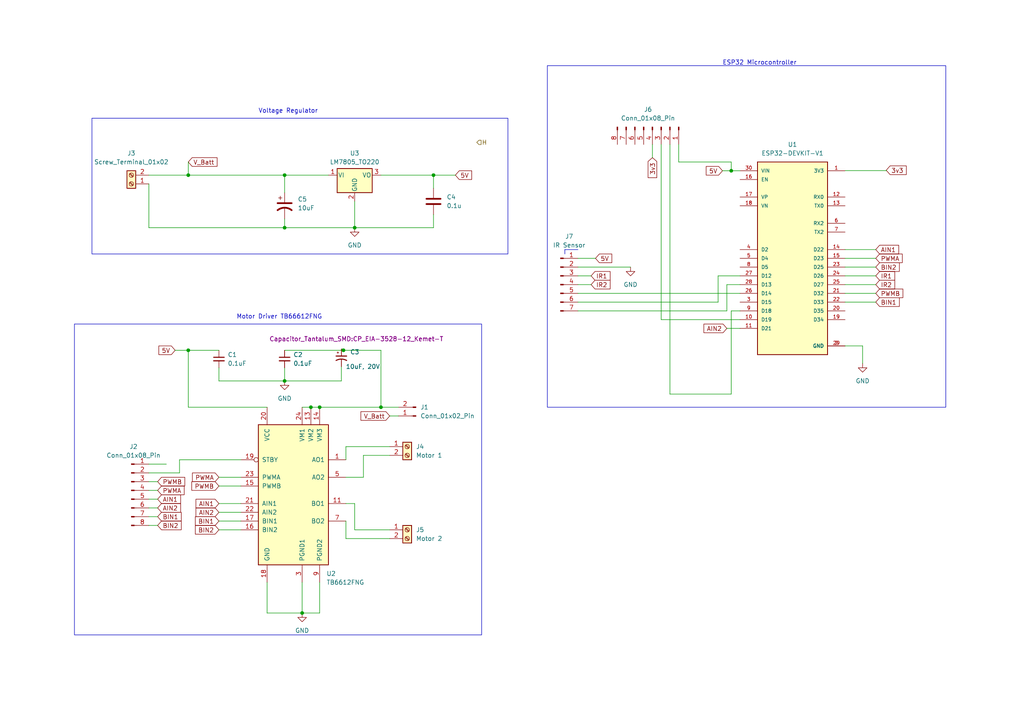
<source format=kicad_sch>
(kicad_sch (version 20230121) (generator eeschema)

  (uuid ea37fd53-dc4e-4ce9-8eee-1c08872d5ce2)

  (paper "A4")

  (lib_symbols
    (symbol "Connector:Conn_01x02_Pin" (pin_names (offset 1.016) hide) (in_bom yes) (on_board yes)
      (property "Reference" "J" (at 0 2.54 0)
        (effects (font (size 1.27 1.27)))
      )
      (property "Value" "Conn_01x02_Pin" (at 0 -5.08 0)
        (effects (font (size 1.27 1.27)))
      )
      (property "Footprint" "" (at 0 0 0)
        (effects (font (size 1.27 1.27)) hide)
      )
      (property "Datasheet" "~" (at 0 0 0)
        (effects (font (size 1.27 1.27)) hide)
      )
      (property "ki_locked" "" (at 0 0 0)
        (effects (font (size 1.27 1.27)))
      )
      (property "ki_keywords" "connector" (at 0 0 0)
        (effects (font (size 1.27 1.27)) hide)
      )
      (property "ki_description" "Generic connector, single row, 01x02, script generated" (at 0 0 0)
        (effects (font (size 1.27 1.27)) hide)
      )
      (property "ki_fp_filters" "Connector*:*_1x??_*" (at 0 0 0)
        (effects (font (size 1.27 1.27)) hide)
      )
      (symbol "Conn_01x02_Pin_1_1"
        (polyline
          (pts
            (xy 1.27 -2.54)
            (xy 0.8636 -2.54)
          )
          (stroke (width 0.1524) (type default))
          (fill (type none))
        )
        (polyline
          (pts
            (xy 1.27 0)
            (xy 0.8636 0)
          )
          (stroke (width 0.1524) (type default))
          (fill (type none))
        )
        (rectangle (start 0.8636 -2.413) (end 0 -2.667)
          (stroke (width 0.1524) (type default))
          (fill (type outline))
        )
        (rectangle (start 0.8636 0.127) (end 0 -0.127)
          (stroke (width 0.1524) (type default))
          (fill (type outline))
        )
        (pin passive line (at 5.08 0 180) (length 3.81)
          (name "Pin_1" (effects (font (size 1.27 1.27))))
          (number "1" (effects (font (size 1.27 1.27))))
        )
        (pin passive line (at 5.08 -2.54 180) (length 3.81)
          (name "Pin_2" (effects (font (size 1.27 1.27))))
          (number "2" (effects (font (size 1.27 1.27))))
        )
      )
    )
    (symbol "Connector:Conn_01x07_Pin" (pin_names (offset 1.016) hide) (in_bom yes) (on_board yes)
      (property "Reference" "J" (at 0 10.16 0)
        (effects (font (size 1.27 1.27)))
      )
      (property "Value" "Conn_01x07_Pin" (at 0 -10.16 0)
        (effects (font (size 1.27 1.27)))
      )
      (property "Footprint" "" (at 0 0 0)
        (effects (font (size 1.27 1.27)) hide)
      )
      (property "Datasheet" "~" (at 0 0 0)
        (effects (font (size 1.27 1.27)) hide)
      )
      (property "ki_locked" "" (at 0 0 0)
        (effects (font (size 1.27 1.27)))
      )
      (property "ki_keywords" "connector" (at 0 0 0)
        (effects (font (size 1.27 1.27)) hide)
      )
      (property "ki_description" "Generic connector, single row, 01x07, script generated" (at 0 0 0)
        (effects (font (size 1.27 1.27)) hide)
      )
      (property "ki_fp_filters" "Connector*:*_1x??_*" (at 0 0 0)
        (effects (font (size 1.27 1.27)) hide)
      )
      (symbol "Conn_01x07_Pin_1_1"
        (polyline
          (pts
            (xy 1.27 -7.62)
            (xy 0.8636 -7.62)
          )
          (stroke (width 0.1524) (type default))
          (fill (type none))
        )
        (polyline
          (pts
            (xy 1.27 -5.08)
            (xy 0.8636 -5.08)
          )
          (stroke (width 0.1524) (type default))
          (fill (type none))
        )
        (polyline
          (pts
            (xy 1.27 -2.54)
            (xy 0.8636 -2.54)
          )
          (stroke (width 0.1524) (type default))
          (fill (type none))
        )
        (polyline
          (pts
            (xy 1.27 0)
            (xy 0.8636 0)
          )
          (stroke (width 0.1524) (type default))
          (fill (type none))
        )
        (polyline
          (pts
            (xy 1.27 2.54)
            (xy 0.8636 2.54)
          )
          (stroke (width 0.1524) (type default))
          (fill (type none))
        )
        (polyline
          (pts
            (xy 1.27 5.08)
            (xy 0.8636 5.08)
          )
          (stroke (width 0.1524) (type default))
          (fill (type none))
        )
        (polyline
          (pts
            (xy 1.27 7.62)
            (xy 0.8636 7.62)
          )
          (stroke (width 0.1524) (type default))
          (fill (type none))
        )
        (rectangle (start 0.8636 -7.493) (end 0 -7.747)
          (stroke (width 0.1524) (type default))
          (fill (type outline))
        )
        (rectangle (start 0.8636 -4.953) (end 0 -5.207)
          (stroke (width 0.1524) (type default))
          (fill (type outline))
        )
        (rectangle (start 0.8636 -2.413) (end 0 -2.667)
          (stroke (width 0.1524) (type default))
          (fill (type outline))
        )
        (rectangle (start 0.8636 0.127) (end 0 -0.127)
          (stroke (width 0.1524) (type default))
          (fill (type outline))
        )
        (rectangle (start 0.8636 2.667) (end 0 2.413)
          (stroke (width 0.1524) (type default))
          (fill (type outline))
        )
        (rectangle (start 0.8636 5.207) (end 0 4.953)
          (stroke (width 0.1524) (type default))
          (fill (type outline))
        )
        (rectangle (start 0.8636 7.747) (end 0 7.493)
          (stroke (width 0.1524) (type default))
          (fill (type outline))
        )
        (pin passive line (at 5.08 7.62 180) (length 3.81)
          (name "Pin_1" (effects (font (size 1.27 1.27))))
          (number "1" (effects (font (size 1.27 1.27))))
        )
        (pin passive line (at 5.08 5.08 180) (length 3.81)
          (name "Pin_2" (effects (font (size 1.27 1.27))))
          (number "2" (effects (font (size 1.27 1.27))))
        )
        (pin passive line (at 5.08 2.54 180) (length 3.81)
          (name "Pin_3" (effects (font (size 1.27 1.27))))
          (number "3" (effects (font (size 1.27 1.27))))
        )
        (pin passive line (at 5.08 0 180) (length 3.81)
          (name "Pin_4" (effects (font (size 1.27 1.27))))
          (number "4" (effects (font (size 1.27 1.27))))
        )
        (pin passive line (at 5.08 -2.54 180) (length 3.81)
          (name "Pin_5" (effects (font (size 1.27 1.27))))
          (number "5" (effects (font (size 1.27 1.27))))
        )
        (pin passive line (at 5.08 -5.08 180) (length 3.81)
          (name "Pin_6" (effects (font (size 1.27 1.27))))
          (number "6" (effects (font (size 1.27 1.27))))
        )
        (pin passive line (at 5.08 -7.62 180) (length 3.81)
          (name "Pin_7" (effects (font (size 1.27 1.27))))
          (number "7" (effects (font (size 1.27 1.27))))
        )
      )
    )
    (symbol "Connector:Conn_01x08_Pin" (pin_names (offset 1.016) hide) (in_bom yes) (on_board yes)
      (property "Reference" "J" (at 0 10.16 0)
        (effects (font (size 1.27 1.27)))
      )
      (property "Value" "Conn_01x08_Pin" (at 0 -12.7 0)
        (effects (font (size 1.27 1.27)))
      )
      (property "Footprint" "" (at 0 0 0)
        (effects (font (size 1.27 1.27)) hide)
      )
      (property "Datasheet" "~" (at 0 0 0)
        (effects (font (size 1.27 1.27)) hide)
      )
      (property "ki_locked" "" (at 0 0 0)
        (effects (font (size 1.27 1.27)))
      )
      (property "ki_keywords" "connector" (at 0 0 0)
        (effects (font (size 1.27 1.27)) hide)
      )
      (property "ki_description" "Generic connector, single row, 01x08, script generated" (at 0 0 0)
        (effects (font (size 1.27 1.27)) hide)
      )
      (property "ki_fp_filters" "Connector*:*_1x??_*" (at 0 0 0)
        (effects (font (size 1.27 1.27)) hide)
      )
      (symbol "Conn_01x08_Pin_1_1"
        (polyline
          (pts
            (xy 1.27 -10.16)
            (xy 0.8636 -10.16)
          )
          (stroke (width 0.1524) (type default))
          (fill (type none))
        )
        (polyline
          (pts
            (xy 1.27 -7.62)
            (xy 0.8636 -7.62)
          )
          (stroke (width 0.1524) (type default))
          (fill (type none))
        )
        (polyline
          (pts
            (xy 1.27 -5.08)
            (xy 0.8636 -5.08)
          )
          (stroke (width 0.1524) (type default))
          (fill (type none))
        )
        (polyline
          (pts
            (xy 1.27 -2.54)
            (xy 0.8636 -2.54)
          )
          (stroke (width 0.1524) (type default))
          (fill (type none))
        )
        (polyline
          (pts
            (xy 1.27 0)
            (xy 0.8636 0)
          )
          (stroke (width 0.1524) (type default))
          (fill (type none))
        )
        (polyline
          (pts
            (xy 1.27 2.54)
            (xy 0.8636 2.54)
          )
          (stroke (width 0.1524) (type default))
          (fill (type none))
        )
        (polyline
          (pts
            (xy 1.27 5.08)
            (xy 0.8636 5.08)
          )
          (stroke (width 0.1524) (type default))
          (fill (type none))
        )
        (polyline
          (pts
            (xy 1.27 7.62)
            (xy 0.8636 7.62)
          )
          (stroke (width 0.1524) (type default))
          (fill (type none))
        )
        (rectangle (start 0.8636 -10.033) (end 0 -10.287)
          (stroke (width 0.1524) (type default))
          (fill (type outline))
        )
        (rectangle (start 0.8636 -7.493) (end 0 -7.747)
          (stroke (width 0.1524) (type default))
          (fill (type outline))
        )
        (rectangle (start 0.8636 -4.953) (end 0 -5.207)
          (stroke (width 0.1524) (type default))
          (fill (type outline))
        )
        (rectangle (start 0.8636 -2.413) (end 0 -2.667)
          (stroke (width 0.1524) (type default))
          (fill (type outline))
        )
        (rectangle (start 0.8636 0.127) (end 0 -0.127)
          (stroke (width 0.1524) (type default))
          (fill (type outline))
        )
        (rectangle (start 0.8636 2.667) (end 0 2.413)
          (stroke (width 0.1524) (type default))
          (fill (type outline))
        )
        (rectangle (start 0.8636 5.207) (end 0 4.953)
          (stroke (width 0.1524) (type default))
          (fill (type outline))
        )
        (rectangle (start 0.8636 7.747) (end 0 7.493)
          (stroke (width 0.1524) (type default))
          (fill (type outline))
        )
        (pin passive line (at 5.08 7.62 180) (length 3.81)
          (name "Pin_1" (effects (font (size 1.27 1.27))))
          (number "1" (effects (font (size 1.27 1.27))))
        )
        (pin passive line (at 5.08 5.08 180) (length 3.81)
          (name "Pin_2" (effects (font (size 1.27 1.27))))
          (number "2" (effects (font (size 1.27 1.27))))
        )
        (pin passive line (at 5.08 2.54 180) (length 3.81)
          (name "Pin_3" (effects (font (size 1.27 1.27))))
          (number "3" (effects (font (size 1.27 1.27))))
        )
        (pin passive line (at 5.08 0 180) (length 3.81)
          (name "Pin_4" (effects (font (size 1.27 1.27))))
          (number "4" (effects (font (size 1.27 1.27))))
        )
        (pin passive line (at 5.08 -2.54 180) (length 3.81)
          (name "Pin_5" (effects (font (size 1.27 1.27))))
          (number "5" (effects (font (size 1.27 1.27))))
        )
        (pin passive line (at 5.08 -5.08 180) (length 3.81)
          (name "Pin_6" (effects (font (size 1.27 1.27))))
          (number "6" (effects (font (size 1.27 1.27))))
        )
        (pin passive line (at 5.08 -7.62 180) (length 3.81)
          (name "Pin_7" (effects (font (size 1.27 1.27))))
          (number "7" (effects (font (size 1.27 1.27))))
        )
        (pin passive line (at 5.08 -10.16 180) (length 3.81)
          (name "Pin_8" (effects (font (size 1.27 1.27))))
          (number "8" (effects (font (size 1.27 1.27))))
        )
      )
    )
    (symbol "Connector:Screw_Terminal_01x02" (pin_names (offset 1.016) hide) (in_bom yes) (on_board yes)
      (property "Reference" "J" (at 0 2.54 0)
        (effects (font (size 1.27 1.27)))
      )
      (property "Value" "Screw_Terminal_01x02" (at 0 -5.08 0)
        (effects (font (size 1.27 1.27)))
      )
      (property "Footprint" "" (at 0 0 0)
        (effects (font (size 1.27 1.27)) hide)
      )
      (property "Datasheet" "~" (at 0 0 0)
        (effects (font (size 1.27 1.27)) hide)
      )
      (property "ki_keywords" "screw terminal" (at 0 0 0)
        (effects (font (size 1.27 1.27)) hide)
      )
      (property "ki_description" "Generic screw terminal, single row, 01x02, script generated (kicad-library-utils/schlib/autogen/connector/)" (at 0 0 0)
        (effects (font (size 1.27 1.27)) hide)
      )
      (property "ki_fp_filters" "TerminalBlock*:*" (at 0 0 0)
        (effects (font (size 1.27 1.27)) hide)
      )
      (symbol "Screw_Terminal_01x02_1_1"
        (rectangle (start -1.27 1.27) (end 1.27 -3.81)
          (stroke (width 0.254) (type default))
          (fill (type background))
        )
        (circle (center 0 -2.54) (radius 0.635)
          (stroke (width 0.1524) (type default))
          (fill (type none))
        )
        (polyline
          (pts
            (xy -0.5334 -2.2098)
            (xy 0.3302 -3.048)
          )
          (stroke (width 0.1524) (type default))
          (fill (type none))
        )
        (polyline
          (pts
            (xy -0.5334 0.3302)
            (xy 0.3302 -0.508)
          )
          (stroke (width 0.1524) (type default))
          (fill (type none))
        )
        (polyline
          (pts
            (xy -0.3556 -2.032)
            (xy 0.508 -2.8702)
          )
          (stroke (width 0.1524) (type default))
          (fill (type none))
        )
        (polyline
          (pts
            (xy -0.3556 0.508)
            (xy 0.508 -0.3302)
          )
          (stroke (width 0.1524) (type default))
          (fill (type none))
        )
        (circle (center 0 0) (radius 0.635)
          (stroke (width 0.1524) (type default))
          (fill (type none))
        )
        (pin passive line (at -5.08 0 0) (length 3.81)
          (name "Pin_1" (effects (font (size 1.27 1.27))))
          (number "1" (effects (font (size 1.27 1.27))))
        )
        (pin passive line (at -5.08 -2.54 0) (length 3.81)
          (name "Pin_2" (effects (font (size 1.27 1.27))))
          (number "2" (effects (font (size 1.27 1.27))))
        )
      )
    )
    (symbol "Device:C" (pin_numbers hide) (pin_names (offset 0.254)) (in_bom yes) (on_board yes)
      (property "Reference" "C" (at 0.635 2.54 0)
        (effects (font (size 1.27 1.27)) (justify left))
      )
      (property "Value" "C" (at 0.635 -2.54 0)
        (effects (font (size 1.27 1.27)) (justify left))
      )
      (property "Footprint" "" (at 0.9652 -3.81 0)
        (effects (font (size 1.27 1.27)) hide)
      )
      (property "Datasheet" "~" (at 0 0 0)
        (effects (font (size 1.27 1.27)) hide)
      )
      (property "ki_keywords" "cap capacitor" (at 0 0 0)
        (effects (font (size 1.27 1.27)) hide)
      )
      (property "ki_description" "Unpolarized capacitor" (at 0 0 0)
        (effects (font (size 1.27 1.27)) hide)
      )
      (property "ki_fp_filters" "C_*" (at 0 0 0)
        (effects (font (size 1.27 1.27)) hide)
      )
      (symbol "C_0_1"
        (polyline
          (pts
            (xy -2.032 -0.762)
            (xy 2.032 -0.762)
          )
          (stroke (width 0.508) (type default))
          (fill (type none))
        )
        (polyline
          (pts
            (xy -2.032 0.762)
            (xy 2.032 0.762)
          )
          (stroke (width 0.508) (type default))
          (fill (type none))
        )
      )
      (symbol "C_1_1"
        (pin passive line (at 0 3.81 270) (length 2.794)
          (name "~" (effects (font (size 1.27 1.27))))
          (number "1" (effects (font (size 1.27 1.27))))
        )
        (pin passive line (at 0 -3.81 90) (length 2.794)
          (name "~" (effects (font (size 1.27 1.27))))
          (number "2" (effects (font (size 1.27 1.27))))
        )
      )
    )
    (symbol "Device:C_Polarized_Small_US" (pin_numbers hide) (pin_names (offset 0.254) hide) (in_bom yes) (on_board yes)
      (property "Reference" "C" (at 0.254 1.778 0)
        (effects (font (size 1.27 1.27)) (justify left))
      )
      (property "Value" "C_Polarized_Small_US" (at 0.254 -2.032 0)
        (effects (font (size 1.27 1.27)) (justify left))
      )
      (property "Footprint" "" (at 0 0 0)
        (effects (font (size 1.27 1.27)) hide)
      )
      (property "Datasheet" "~" (at 0 0 0)
        (effects (font (size 1.27 1.27)) hide)
      )
      (property "ki_keywords" "cap capacitor" (at 0 0 0)
        (effects (font (size 1.27 1.27)) hide)
      )
      (property "ki_description" "Polarized capacitor, small US symbol" (at 0 0 0)
        (effects (font (size 1.27 1.27)) hide)
      )
      (property "ki_fp_filters" "CP_*" (at 0 0 0)
        (effects (font (size 1.27 1.27)) hide)
      )
      (symbol "C_Polarized_Small_US_0_1"
        (polyline
          (pts
            (xy -1.524 0.508)
            (xy 1.524 0.508)
          )
          (stroke (width 0.3048) (type default))
          (fill (type none))
        )
        (polyline
          (pts
            (xy -1.27 1.524)
            (xy -0.762 1.524)
          )
          (stroke (width 0) (type default))
          (fill (type none))
        )
        (polyline
          (pts
            (xy -1.016 1.27)
            (xy -1.016 1.778)
          )
          (stroke (width 0) (type default))
          (fill (type none))
        )
        (arc (start 1.524 -0.762) (mid 0 -0.3734) (end -1.524 -0.762)
          (stroke (width 0.3048) (type default))
          (fill (type none))
        )
      )
      (symbol "C_Polarized_Small_US_1_1"
        (pin passive line (at 0 2.54 270) (length 2.032)
          (name "~" (effects (font (size 1.27 1.27))))
          (number "1" (effects (font (size 1.27 1.27))))
        )
        (pin passive line (at 0 -2.54 90) (length 2.032)
          (name "~" (effects (font (size 1.27 1.27))))
          (number "2" (effects (font (size 1.27 1.27))))
        )
      )
    )
    (symbol "Device:C_Polarized_US" (pin_numbers hide) (pin_names (offset 0.254) hide) (in_bom yes) (on_board yes)
      (property "Reference" "C" (at 0.635 2.54 0)
        (effects (font (size 1.27 1.27)) (justify left))
      )
      (property "Value" "C_Polarized_US" (at 0.635 -2.54 0)
        (effects (font (size 1.27 1.27)) (justify left))
      )
      (property "Footprint" "" (at 0 0 0)
        (effects (font (size 1.27 1.27)) hide)
      )
      (property "Datasheet" "~" (at 0 0 0)
        (effects (font (size 1.27 1.27)) hide)
      )
      (property "ki_keywords" "cap capacitor" (at 0 0 0)
        (effects (font (size 1.27 1.27)) hide)
      )
      (property "ki_description" "Polarized capacitor, US symbol" (at 0 0 0)
        (effects (font (size 1.27 1.27)) hide)
      )
      (property "ki_fp_filters" "CP_*" (at 0 0 0)
        (effects (font (size 1.27 1.27)) hide)
      )
      (symbol "C_Polarized_US_0_1"
        (polyline
          (pts
            (xy -2.032 0.762)
            (xy 2.032 0.762)
          )
          (stroke (width 0.508) (type default))
          (fill (type none))
        )
        (polyline
          (pts
            (xy -1.778 2.286)
            (xy -0.762 2.286)
          )
          (stroke (width 0) (type default))
          (fill (type none))
        )
        (polyline
          (pts
            (xy -1.27 1.778)
            (xy -1.27 2.794)
          )
          (stroke (width 0) (type default))
          (fill (type none))
        )
        (arc (start 2.032 -1.27) (mid 0 -0.5572) (end -2.032 -1.27)
          (stroke (width 0.508) (type default))
          (fill (type none))
        )
      )
      (symbol "C_Polarized_US_1_1"
        (pin passive line (at 0 3.81 270) (length 2.794)
          (name "~" (effects (font (size 1.27 1.27))))
          (number "1" (effects (font (size 1.27 1.27))))
        )
        (pin passive line (at 0 -3.81 90) (length 3.302)
          (name "~" (effects (font (size 1.27 1.27))))
          (number "2" (effects (font (size 1.27 1.27))))
        )
      )
    )
    (symbol "Device:C_Small" (pin_numbers hide) (pin_names (offset 0.254) hide) (in_bom yes) (on_board yes)
      (property "Reference" "C" (at 0.254 1.778 0)
        (effects (font (size 1.27 1.27)) (justify left))
      )
      (property "Value" "C_Small" (at 0.254 -2.032 0)
        (effects (font (size 1.27 1.27)) (justify left))
      )
      (property "Footprint" "" (at 0 0 0)
        (effects (font (size 1.27 1.27)) hide)
      )
      (property "Datasheet" "~" (at 0 0 0)
        (effects (font (size 1.27 1.27)) hide)
      )
      (property "ki_keywords" "capacitor cap" (at 0 0 0)
        (effects (font (size 1.27 1.27)) hide)
      )
      (property "ki_description" "Unpolarized capacitor, small symbol" (at 0 0 0)
        (effects (font (size 1.27 1.27)) hide)
      )
      (property "ki_fp_filters" "C_*" (at 0 0 0)
        (effects (font (size 1.27 1.27)) hide)
      )
      (symbol "C_Small_0_1"
        (polyline
          (pts
            (xy -1.524 -0.508)
            (xy 1.524 -0.508)
          )
          (stroke (width 0.3302) (type default))
          (fill (type none))
        )
        (polyline
          (pts
            (xy -1.524 0.508)
            (xy 1.524 0.508)
          )
          (stroke (width 0.3048) (type default))
          (fill (type none))
        )
      )
      (symbol "C_Small_1_1"
        (pin passive line (at 0 2.54 270) (length 2.032)
          (name "~" (effects (font (size 1.27 1.27))))
          (number "1" (effects (font (size 1.27 1.27))))
        )
        (pin passive line (at 0 -2.54 90) (length 2.032)
          (name "~" (effects (font (size 1.27 1.27))))
          (number "2" (effects (font (size 1.27 1.27))))
        )
      )
    )
    (symbol "Driver_Motor:TB6612FNG" (pin_names (offset 1.016)) (in_bom yes) (on_board yes)
      (property "Reference" "U" (at 11.43 17.78 0)
        (effects (font (size 1.27 1.27)) (justify left))
      )
      (property "Value" "TB6612FNG" (at 11.43 15.24 0)
        (effects (font (size 1.27 1.27)) (justify left))
      )
      (property "Footprint" "Package_SO:SSOP-24_5.3x8.2mm_P0.65mm" (at 33.02 -22.86 0)
        (effects (font (size 1.27 1.27)) hide)
      )
      (property "Datasheet" "https://toshiba.semicon-storage.com/us/product/linear/motordriver/detail.TB6612FNG.html" (at 11.43 15.24 0)
        (effects (font (size 1.27 1.27)) hide)
      )
      (property "ki_keywords" "H-bridge motor driver" (at 0 0 0)
        (effects (font (size 1.27 1.27)) hide)
      )
      (property "ki_description" "Driver IC for Dual DC motor, SSOP-24" (at 0 0 0)
        (effects (font (size 1.27 1.27)) hide)
      )
      (property "ki_fp_filters" "SSOP-24*5.3x8.2mm*P0.65mm*" (at 0 0 0)
        (effects (font (size 1.27 1.27)) hide)
      )
      (symbol "TB6612FNG_0_1"
        (rectangle (start -10.16 20.32) (end 10.16 -20.32)
          (stroke (width 0.254) (type default))
          (fill (type background))
        )
      )
      (symbol "TB6612FNG_1_1"
        (pin output line (at 15.24 10.16 180) (length 5.08)
          (name "AO1" (effects (font (size 1.27 1.27))))
          (number "1" (effects (font (size 1.27 1.27))))
        )
        (pin passive line (at 7.62 -25.4 90) (length 5.08) hide
          (name "PGND2" (effects (font (size 1.27 1.27))))
          (number "10" (effects (font (size 1.27 1.27))))
        )
        (pin output line (at 15.24 -2.54 180) (length 5.08)
          (name "BO1" (effects (font (size 1.27 1.27))))
          (number "11" (effects (font (size 1.27 1.27))))
        )
        (pin passive line (at 15.24 -2.54 180) (length 5.08) hide
          (name "BO1" (effects (font (size 1.27 1.27))))
          (number "12" (effects (font (size 1.27 1.27))))
        )
        (pin power_in line (at 5.08 25.4 270) (length 5.08)
          (name "VM2" (effects (font (size 1.27 1.27))))
          (number "13" (effects (font (size 1.27 1.27))))
        )
        (pin power_in line (at 7.62 25.4 270) (length 5.08)
          (name "VM3" (effects (font (size 1.27 1.27))))
          (number "14" (effects (font (size 1.27 1.27))))
        )
        (pin input line (at -15.24 2.54 0) (length 5.08)
          (name "PWMB" (effects (font (size 1.27 1.27))))
          (number "15" (effects (font (size 1.27 1.27))))
        )
        (pin input line (at -15.24 -10.16 0) (length 5.08)
          (name "BIN2" (effects (font (size 1.27 1.27))))
          (number "16" (effects (font (size 1.27 1.27))))
        )
        (pin input line (at -15.24 -7.62 0) (length 5.08)
          (name "BIN1" (effects (font (size 1.27 1.27))))
          (number "17" (effects (font (size 1.27 1.27))))
        )
        (pin power_in line (at -7.62 -25.4 90) (length 5.08)
          (name "GND" (effects (font (size 1.27 1.27))))
          (number "18" (effects (font (size 1.27 1.27))))
        )
        (pin input inverted (at -15.24 10.16 0) (length 5.08)
          (name "STBY" (effects (font (size 1.27 1.27))))
          (number "19" (effects (font (size 1.27 1.27))))
        )
        (pin passive line (at 15.24 10.16 180) (length 5.08) hide
          (name "AO1" (effects (font (size 1.27 1.27))))
          (number "2" (effects (font (size 1.27 1.27))))
        )
        (pin power_in line (at -7.62 25.4 270) (length 5.08)
          (name "VCC" (effects (font (size 1.27 1.27))))
          (number "20" (effects (font (size 1.27 1.27))))
        )
        (pin input line (at -15.24 -2.54 0) (length 5.08)
          (name "AIN1" (effects (font (size 1.27 1.27))))
          (number "21" (effects (font (size 1.27 1.27))))
        )
        (pin input line (at -15.24 -5.08 0) (length 5.08)
          (name "AIN2" (effects (font (size 1.27 1.27))))
          (number "22" (effects (font (size 1.27 1.27))))
        )
        (pin input line (at -15.24 5.08 0) (length 5.08)
          (name "PWMA" (effects (font (size 1.27 1.27))))
          (number "23" (effects (font (size 1.27 1.27))))
        )
        (pin power_in line (at 2.54 25.4 270) (length 5.08)
          (name "VM1" (effects (font (size 1.27 1.27))))
          (number "24" (effects (font (size 1.27 1.27))))
        )
        (pin power_in line (at 2.54 -25.4 90) (length 5.08)
          (name "PGND1" (effects (font (size 1.27 1.27))))
          (number "3" (effects (font (size 1.27 1.27))))
        )
        (pin passive line (at 2.54 -25.4 90) (length 5.08) hide
          (name "PGND1" (effects (font (size 1.27 1.27))))
          (number "4" (effects (font (size 1.27 1.27))))
        )
        (pin output line (at 15.24 5.08 180) (length 5.08)
          (name "AO2" (effects (font (size 1.27 1.27))))
          (number "5" (effects (font (size 1.27 1.27))))
        )
        (pin passive line (at 15.24 5.08 180) (length 5.08) hide
          (name "AO2" (effects (font (size 1.27 1.27))))
          (number "6" (effects (font (size 1.27 1.27))))
        )
        (pin output line (at 15.24 -7.62 180) (length 5.08)
          (name "BO2" (effects (font (size 1.27 1.27))))
          (number "7" (effects (font (size 1.27 1.27))))
        )
        (pin passive line (at 15.24 -7.62 180) (length 5.08) hide
          (name "BO2" (effects (font (size 1.27 1.27))))
          (number "8" (effects (font (size 1.27 1.27))))
        )
        (pin power_in line (at 7.62 -25.4 90) (length 5.08)
          (name "PGND2" (effects (font (size 1.27 1.27))))
          (number "9" (effects (font (size 1.27 1.27))))
        )
      )
    )
    (symbol "ESP32-DEVKIT-V1:ESP32-DEVKIT-V1" (pin_names (offset 1.016)) (in_bom yes) (on_board yes)
      (property "Reference" "U" (at -10.16 30.48 0)
        (effects (font (size 1.27 1.27)) (justify left top))
      )
      (property "Value" "ESP32-DEVKIT-V1" (at -10.16 -30.48 0)
        (effects (font (size 1.27 1.27)) (justify left bottom))
      )
      (property "Footprint" "MODULE_ESP32_DEVKIT_V1" (at 0 0 0)
        (effects (font (size 1.27 1.27)) (justify bottom) hide)
      )
      (property "Datasheet" "" (at 0 0 0)
        (effects (font (size 1.27 1.27)) hide)
      )
      (property "PARTREV" "N/A" (at 0 0 0)
        (effects (font (size 1.27 1.27)) (justify bottom) hide)
      )
      (property "STANDARD" "Manufacturer Recommendations" (at 0 0 0)
        (effects (font (size 1.27 1.27)) (justify bottom) hide)
      )
      (property "MAXIMUM_PACKAGE_HEIGHT" "6.8 mm" (at 0 0 0)
        (effects (font (size 1.27 1.27)) (justify bottom) hide)
      )
      (property "MANUFACTURER" "DOIT" (at 0 0 0)
        (effects (font (size 1.27 1.27)) (justify bottom) hide)
      )
      (symbol "ESP32-DEVKIT-V1_0_0"
        (rectangle (start -10.16 -27.94) (end 10.16 27.94)
          (stroke (width 0.254) (type default))
          (fill (type background))
        )
        (pin output line (at 15.24 25.4 180) (length 5.08)
          (name "3V3" (effects (font (size 1.016 1.016))))
          (number "1" (effects (font (size 1.016 1.016))))
        )
        (pin bidirectional line (at -15.24 -17.78 0) (length 5.08)
          (name "D19" (effects (font (size 1.016 1.016))))
          (number "10" (effects (font (size 1.016 1.016))))
        )
        (pin bidirectional line (at -15.24 -20.32 0) (length 5.08)
          (name "D21" (effects (font (size 1.016 1.016))))
          (number "11" (effects (font (size 1.016 1.016))))
        )
        (pin input line (at 15.24 17.78 180) (length 5.08)
          (name "RX0" (effects (font (size 1.016 1.016))))
          (number "12" (effects (font (size 1.016 1.016))))
        )
        (pin output line (at 15.24 15.24 180) (length 5.08)
          (name "TX0" (effects (font (size 1.016 1.016))))
          (number "13" (effects (font (size 1.016 1.016))))
        )
        (pin bidirectional line (at 15.24 2.54 180) (length 5.08)
          (name "D22" (effects (font (size 1.016 1.016))))
          (number "14" (effects (font (size 1.016 1.016))))
        )
        (pin bidirectional line (at 15.24 0 180) (length 5.08)
          (name "D23" (effects (font (size 1.016 1.016))))
          (number "15" (effects (font (size 1.016 1.016))))
        )
        (pin input line (at -15.24 22.86 0) (length 5.08)
          (name "EN" (effects (font (size 1.016 1.016))))
          (number "16" (effects (font (size 1.016 1.016))))
        )
        (pin bidirectional line (at -15.24 17.78 0) (length 5.08)
          (name "VP" (effects (font (size 1.016 1.016))))
          (number "17" (effects (font (size 1.016 1.016))))
        )
        (pin bidirectional line (at -15.24 15.24 0) (length 5.08)
          (name "VN" (effects (font (size 1.016 1.016))))
          (number "18" (effects (font (size 1.016 1.016))))
        )
        (pin bidirectional line (at 15.24 -17.78 180) (length 5.08)
          (name "D34" (effects (font (size 1.016 1.016))))
          (number "19" (effects (font (size 1.016 1.016))))
        )
        (pin power_in line (at 15.24 -25.4 180) (length 5.08)
          (name "GND" (effects (font (size 1.016 1.016))))
          (number "2" (effects (font (size 1.016 1.016))))
        )
        (pin bidirectional line (at 15.24 -15.24 180) (length 5.08)
          (name "D35" (effects (font (size 1.016 1.016))))
          (number "20" (effects (font (size 1.016 1.016))))
        )
        (pin bidirectional line (at 15.24 -10.16 180) (length 5.08)
          (name "D32" (effects (font (size 1.016 1.016))))
          (number "21" (effects (font (size 1.016 1.016))))
        )
        (pin bidirectional line (at 15.24 -12.7 180) (length 5.08)
          (name "D33" (effects (font (size 1.016 1.016))))
          (number "22" (effects (font (size 1.016 1.016))))
        )
        (pin bidirectional line (at 15.24 -2.54 180) (length 5.08)
          (name "D25" (effects (font (size 1.016 1.016))))
          (number "23" (effects (font (size 1.016 1.016))))
        )
        (pin bidirectional line (at 15.24 -5.08 180) (length 5.08)
          (name "D26" (effects (font (size 1.016 1.016))))
          (number "24" (effects (font (size 1.016 1.016))))
        )
        (pin bidirectional line (at 15.24 -7.62 180) (length 5.08)
          (name "D27" (effects (font (size 1.016 1.016))))
          (number "25" (effects (font (size 1.016 1.016))))
        )
        (pin bidirectional line (at -15.24 -10.16 0) (length 5.08)
          (name "D14" (effects (font (size 1.016 1.016))))
          (number "26" (effects (font (size 1.016 1.016))))
        )
        (pin bidirectional line (at -15.24 -5.08 0) (length 5.08)
          (name "D12" (effects (font (size 1.016 1.016))))
          (number "27" (effects (font (size 1.016 1.016))))
        )
        (pin bidirectional line (at -15.24 -7.62 0) (length 5.08)
          (name "D13" (effects (font (size 1.016 1.016))))
          (number "28" (effects (font (size 1.016 1.016))))
        )
        (pin power_in line (at 15.24 -25.4 180) (length 5.08)
          (name "GND" (effects (font (size 1.016 1.016))))
          (number "29" (effects (font (size 1.016 1.016))))
        )
        (pin bidirectional line (at -15.24 -12.7 0) (length 5.08)
          (name "D15" (effects (font (size 1.016 1.016))))
          (number "3" (effects (font (size 1.016 1.016))))
        )
        (pin input line (at -15.24 25.4 0) (length 5.08)
          (name "VIN" (effects (font (size 1.016 1.016))))
          (number "30" (effects (font (size 1.016 1.016))))
        )
        (pin bidirectional line (at -15.24 2.54 0) (length 5.08)
          (name "D2" (effects (font (size 1.016 1.016))))
          (number "4" (effects (font (size 1.016 1.016))))
        )
        (pin bidirectional line (at -15.24 0 0) (length 5.08)
          (name "D4" (effects (font (size 1.016 1.016))))
          (number "5" (effects (font (size 1.016 1.016))))
        )
        (pin input line (at 15.24 10.16 180) (length 5.08)
          (name "RX2" (effects (font (size 1.016 1.016))))
          (number "6" (effects (font (size 1.016 1.016))))
        )
        (pin output line (at 15.24 7.62 180) (length 5.08)
          (name "TX2" (effects (font (size 1.016 1.016))))
          (number "7" (effects (font (size 1.016 1.016))))
        )
        (pin bidirectional line (at -15.24 -2.54 0) (length 5.08)
          (name "D5" (effects (font (size 1.016 1.016))))
          (number "8" (effects (font (size 1.016 1.016))))
        )
        (pin bidirectional line (at -15.24 -15.24 0) (length 5.08)
          (name "D18" (effects (font (size 1.016 1.016))))
          (number "9" (effects (font (size 1.016 1.016))))
        )
      )
    )
    (symbol "Regulator_Linear:LM7805_TO220" (pin_names (offset 0.254)) (in_bom yes) (on_board yes)
      (property "Reference" "U" (at -3.81 3.175 0)
        (effects (font (size 1.27 1.27)))
      )
      (property "Value" "LM7805_TO220" (at 0 3.175 0)
        (effects (font (size 1.27 1.27)) (justify left))
      )
      (property "Footprint" "Package_TO_SOT_THT:TO-220-3_Vertical" (at 0 5.715 0)
        (effects (font (size 1.27 1.27) italic) hide)
      )
      (property "Datasheet" "https://www.onsemi.cn/PowerSolutions/document/MC7800-D.PDF" (at 0 -1.27 0)
        (effects (font (size 1.27 1.27)) hide)
      )
      (property "ki_keywords" "Voltage Regulator 1A Positive" (at 0 0 0)
        (effects (font (size 1.27 1.27)) hide)
      )
      (property "ki_description" "Positive 1A 35V Linear Regulator, Fixed Output 5V, TO-220" (at 0 0 0)
        (effects (font (size 1.27 1.27)) hide)
      )
      (property "ki_fp_filters" "TO?220*" (at 0 0 0)
        (effects (font (size 1.27 1.27)) hide)
      )
      (symbol "LM7805_TO220_0_1"
        (rectangle (start -5.08 1.905) (end 5.08 -5.08)
          (stroke (width 0.254) (type default))
          (fill (type background))
        )
      )
      (symbol "LM7805_TO220_1_1"
        (pin power_in line (at -7.62 0 0) (length 2.54)
          (name "VI" (effects (font (size 1.27 1.27))))
          (number "1" (effects (font (size 1.27 1.27))))
        )
        (pin power_in line (at 0 -7.62 90) (length 2.54)
          (name "GND" (effects (font (size 1.27 1.27))))
          (number "2" (effects (font (size 1.27 1.27))))
        )
        (pin power_out line (at 7.62 0 180) (length 2.54)
          (name "VO" (effects (font (size 1.27 1.27))))
          (number "3" (effects (font (size 1.27 1.27))))
        )
      )
    )
    (symbol "power:GND" (power) (pin_names (offset 0)) (in_bom yes) (on_board yes)
      (property "Reference" "#PWR" (at 0 -6.35 0)
        (effects (font (size 1.27 1.27)) hide)
      )
      (property "Value" "GND" (at 0 -3.81 0)
        (effects (font (size 1.27 1.27)))
      )
      (property "Footprint" "" (at 0 0 0)
        (effects (font (size 1.27 1.27)) hide)
      )
      (property "Datasheet" "" (at 0 0 0)
        (effects (font (size 1.27 1.27)) hide)
      )
      (property "ki_keywords" "global power" (at 0 0 0)
        (effects (font (size 1.27 1.27)) hide)
      )
      (property "ki_description" "Power symbol creates a global label with name \"GND\" , ground" (at 0 0 0)
        (effects (font (size 1.27 1.27)) hide)
      )
      (symbol "GND_0_1"
        (polyline
          (pts
            (xy 0 0)
            (xy 0 -1.27)
            (xy 1.27 -1.27)
            (xy 0 -2.54)
            (xy -1.27 -1.27)
            (xy 0 -1.27)
          )
          (stroke (width 0) (type default))
          (fill (type none))
        )
      )
      (symbol "GND_1_1"
        (pin power_in line (at 0 0 270) (length 0) hide
          (name "GND" (effects (font (size 1.27 1.27))))
          (number "1" (effects (font (size 1.27 1.27))))
        )
      )
    )
  )

  (junction (at 92.71 118.11) (diameter 0) (color 0 0 0 0)
    (uuid 1f9822e4-9577-4103-a0be-21d822417d1a)
  )
  (junction (at 82.55 66.04) (diameter 0) (color 0 0 0 0)
    (uuid 33a6a75a-41b2-48ce-9283-0e6f709aad42)
  )
  (junction (at 82.55 110.49) (diameter 0) (color 0 0 0 0)
    (uuid 3d87ffe0-cf48-4114-9cab-bef0795c597b)
  )
  (junction (at 87.63 177.8) (diameter 0) (color 0 0 0 0)
    (uuid 53e26568-9995-4081-8ff5-82f322b9dc01)
  )
  (junction (at 99.6188 101.6) (diameter 0) (color 0 0 0 0)
    (uuid 6f3f73fa-821d-4263-a741-70f0fa266b52)
  )
  (junction (at 54.61 101.6) (diameter 0) (color 0 0 0 0)
    (uuid 7128d894-27c4-4ffb-bf22-60a8b59fe795)
  )
  (junction (at 212.09 49.53) (diameter 0) (color 0 0 0 0)
    (uuid 7c31d146-bbe3-4da4-9faa-29692ec17fb9)
  )
  (junction (at 110.49 118.11) (diameter 0) (color 0 0 0 0)
    (uuid 85e35e84-8fc7-42cb-86cb-9a2d9ffaac79)
  )
  (junction (at 82.55 50.8) (diameter 0) (color 0 0 0 0)
    (uuid a1d56afa-4788-49e4-994f-e9787bc978e1)
  )
  (junction (at 90.17 118.11) (diameter 0) (color 0 0 0 0)
    (uuid ac4cddce-1d86-4648-8184-5facb14d331f)
  )
  (junction (at 54.61 50.8) (diameter 0) (color 0 0 0 0)
    (uuid d571448f-e61b-4f66-9ec6-85b410356b5e)
  )
  (junction (at 102.87 66.04) (diameter 0) (color 0 0 0 0)
    (uuid f41bdfbd-ec0f-44ef-8ace-220faa5a8a7f)
  )
  (junction (at 125.73 50.8) (diameter 0) (color 0 0 0 0)
    (uuid fdb25d67-9380-4111-9899-3cc658a8359f)
  )

  (wire (pts (xy 110.49 118.11) (xy 115.57 118.11))
    (stroke (width 0) (type default))
    (uuid 01f6ffa6-1363-4dd2-ad99-88dcba966043)
  )
  (wire (pts (xy 110.49 50.8) (xy 125.73 50.8))
    (stroke (width 0) (type default))
    (uuid 03976669-9c31-40fe-86c9-5fed07c1c13e)
  )
  (wire (pts (xy 82.55 101.6) (xy 99.6188 101.6))
    (stroke (width 0) (type default))
    (uuid 0476c770-4abb-4845-8ac4-9cdec399bbbd)
  )
  (wire (pts (xy 212.09 49.53) (xy 214.63 49.53))
    (stroke (width 0) (type default))
    (uuid 05729a02-e9f7-40df-9e1f-d46d571177af)
  )
  (wire (pts (xy 167.64 90.17) (xy 210.82 90.17))
    (stroke (width 0) (type default))
    (uuid 0913ac34-09e9-48e1-b875-351706932ab8)
  )
  (wire (pts (xy 43.18 53.34) (xy 43.18 66.04))
    (stroke (width 0) (type default))
    (uuid 0bd0c615-8d6c-424b-90ee-c489a0dd1c39)
  )
  (wire (pts (xy 54.61 118.11) (xy 54.61 101.6))
    (stroke (width 0) (type default))
    (uuid 131ab967-91d0-43df-b854-b25cd3c609c4)
  )
  (wire (pts (xy 52.07 133.35) (xy 52.07 137.16))
    (stroke (width 0) (type default))
    (uuid 19690508-edcd-4cf7-9f7f-e47be847942b)
  )
  (wire (pts (xy 245.1608 49.4792) (xy 257.048 49.4792))
    (stroke (width 0) (type default))
    (uuid 1a2c2a34-c487-4989-8665-929c9dbfdce1)
  )
  (wire (pts (xy 92.71 168.91) (xy 92.71 177.8))
    (stroke (width 0) (type default))
    (uuid 1b9beb3c-16bd-4138-bfc7-0355c1b14f02)
  )
  (wire (pts (xy 87.63 168.91) (xy 87.63 177.8))
    (stroke (width 0) (type default))
    (uuid 1fd78f0b-93dd-42f8-9c55-20776cd4f847)
  )
  (wire (pts (xy 110.49 101.6) (xy 110.49 118.11))
    (stroke (width 0) (type default))
    (uuid 2af654f5-0c71-4da6-9100-3f9cd70447f6)
  )
  (wire (pts (xy 194.31 114.3) (xy 194.31 41.91))
    (stroke (width 0) (type default))
    (uuid 2e16f993-358e-447e-8292-7bb88f4d0a54)
  )
  (wire (pts (xy 54.61 46.99) (xy 54.61 50.8))
    (stroke (width 0) (type default))
    (uuid 2e77b8d4-e2c5-4670-b95c-67cdf8ce72fd)
  )
  (wire (pts (xy 63.5 138.43) (xy 69.85 138.43))
    (stroke (width 0) (type default))
    (uuid 316a7842-d3e4-4861-8371-8f04d2f300bb)
  )
  (wire (pts (xy 90.17 118.11) (xy 92.71 118.11))
    (stroke (width 0) (type default))
    (uuid 31e40d5b-4146-47a1-bcf2-8e699759488c)
  )
  (wire (pts (xy 63.5 151.13) (xy 69.85 151.13))
    (stroke (width 0) (type default))
    (uuid 32628b46-8ad4-452c-9a3a-43c0680f0d75)
  )
  (wire (pts (xy 105.41 138.43) (xy 105.41 132.08))
    (stroke (width 0) (type default))
    (uuid 39d4af82-7e99-4336-afaf-3b615d11d280)
  )
  (wire (pts (xy 208.28 87.63) (xy 208.28 80.01))
    (stroke (width 0) (type default))
    (uuid 39f1115e-1458-4e55-8513-6dc073bf541a)
  )
  (wire (pts (xy 63.5 153.67) (xy 69.85 153.67))
    (stroke (width 0) (type default))
    (uuid 3a1d518f-3942-4fa6-8654-da840db3658a)
  )
  (wire (pts (xy 63.5 110.49) (xy 82.55 110.49))
    (stroke (width 0) (type default))
    (uuid 3abdb28f-7d17-471f-ae71-97d74f5edaba)
  )
  (wire (pts (xy 82.55 55.88) (xy 82.55 50.8))
    (stroke (width 0) (type default))
    (uuid 3c07f736-fb1d-4a37-9493-685f440fdd8c)
  )
  (wire (pts (xy 43.18 147.32) (xy 45.72 147.32))
    (stroke (width 0) (type default))
    (uuid 3c34cc90-deea-42d3-8fd5-201dd9a47f3b)
  )
  (wire (pts (xy 99.0092 110.49) (xy 82.55 110.49))
    (stroke (width 0) (type default))
    (uuid 3c8cca99-d452-496d-90a9-fa9aea72314f)
  )
  (wire (pts (xy 245.11 74.93) (xy 254 74.93))
    (stroke (width 0) (type default))
    (uuid 49077a45-fd14-44de-8691-7d685a52fd4e)
  )
  (wire (pts (xy 48.26 134.62) (xy 43.18 134.62))
    (stroke (width 0) (type default))
    (uuid 4915a3a6-05fd-41b2-a1df-54c6186bd370)
  )
  (wire (pts (xy 100.33 156.21) (xy 113.03 156.21))
    (stroke (width 0) (type default))
    (uuid 4d2ec19c-ce91-4e1f-98a4-3218e0f61de1)
  )
  (wire (pts (xy 167.64 82.55) (xy 171.45 82.55))
    (stroke (width 0) (type default))
    (uuid 4d57d88b-585a-4dd3-a3ee-cb61864e021a)
  )
  (wire (pts (xy 212.09 90.17) (xy 212.09 114.3))
    (stroke (width 0) (type default))
    (uuid 56b6a388-3086-4ed8-b70f-007f40bfd508)
  )
  (wire (pts (xy 100.33 133.35) (xy 100.33 129.54))
    (stroke (width 0) (type default))
    (uuid 56dd258d-c0a8-4bc4-bc3e-c4001875c1e1)
  )
  (wire (pts (xy 212.09 46.99) (xy 212.09 49.53))
    (stroke (width 0) (type default))
    (uuid 570ff138-e7d4-43e3-bc30-8ba1e8d6a527)
  )
  (wire (pts (xy 54.61 50.8) (xy 82.55 50.8))
    (stroke (width 0) (type default))
    (uuid 57e317a2-ec04-4cce-adb8-0634da7f0c8b)
  )
  (wire (pts (xy 52.07 137.16) (xy 43.18 137.16))
    (stroke (width 0) (type default))
    (uuid 57ebc4c9-8b3e-4f48-bdaf-61728b51d49d)
  )
  (wire (pts (xy 54.61 118.11) (xy 77.47 118.11))
    (stroke (width 0) (type default))
    (uuid 5af34527-ccba-4120-805d-108b9dd62149)
  )
  (wire (pts (xy 250.19 100.33) (xy 250.19 105.41))
    (stroke (width 0) (type default))
    (uuid 5b51b184-606c-4416-b797-40df6e84ddd4)
  )
  (wire (pts (xy 167.64 85.09) (xy 214.63 85.09))
    (stroke (width 0) (type default))
    (uuid 5ffbef46-cefb-4c7c-9d4e-22d07389d051)
  )
  (wire (pts (xy 105.41 132.08) (xy 113.03 132.08))
    (stroke (width 0) (type default))
    (uuid 64ddc39e-ccd1-4ca2-aba1-f28374d04d6a)
  )
  (wire (pts (xy 63.5 146.05) (xy 69.85 146.05))
    (stroke (width 0) (type default))
    (uuid 69e3adeb-a545-408f-a6cf-67755fb02c7e)
  )
  (wire (pts (xy 43.18 142.24) (xy 45.72 142.24))
    (stroke (width 0) (type default))
    (uuid 6a02c5f9-5bf7-42de-ac26-8f462889b60d)
  )
  (wire (pts (xy 125.73 66.04) (xy 102.87 66.04))
    (stroke (width 0) (type default))
    (uuid 6f859194-2c91-4394-b423-59c07af9fc48)
  )
  (wire (pts (xy 209.55 49.53) (xy 212.09 49.53))
    (stroke (width 0) (type default))
    (uuid 7119477b-1858-4822-aa46-39bd130fcbfa)
  )
  (wire (pts (xy 125.73 50.8) (xy 125.73 54.61))
    (stroke (width 0) (type default))
    (uuid 7602fc1b-3974-4df9-8aeb-51925faf690c)
  )
  (wire (pts (xy 113.03 153.67) (xy 102.87 153.67))
    (stroke (width 0) (type default))
    (uuid 766fec1a-c246-46f7-94e2-6c7dc68dd1eb)
  )
  (wire (pts (xy 50.8 101.6) (xy 54.61 101.6))
    (stroke (width 0) (type default))
    (uuid 76748f12-d17c-4b27-aa69-f15b556a9c5b)
  )
  (wire (pts (xy 99.0092 106.3244) (xy 99.0092 110.49))
    (stroke (width 0) (type default))
    (uuid 7bed6e22-78c0-43f6-a2bd-a20ce5b30f38)
  )
  (wire (pts (xy 100.33 151.13) (xy 100.33 156.21))
    (stroke (width 0) (type default))
    (uuid 7ddebe23-8d03-4230-beb2-1ec459cc47aa)
  )
  (wire (pts (xy 82.55 63.5) (xy 82.55 66.04))
    (stroke (width 0) (type default))
    (uuid 7e948688-3e3b-4d2d-8b13-b6e1ab4d4fbf)
  )
  (wire (pts (xy 210.82 82.55) (xy 214.63 82.55))
    (stroke (width 0) (type default))
    (uuid 7ed0255f-1dcb-4077-8dc3-8fc9234a63b0)
  )
  (wire (pts (xy 167.64 74.93) (xy 172.72 74.93))
    (stroke (width 0) (type default))
    (uuid 803cd348-60d2-45d9-8b39-d86d475e9aad)
  )
  (wire (pts (xy 245.11 82.55) (xy 254 82.55))
    (stroke (width 0) (type default))
    (uuid 85d77eed-c0d0-4b71-806c-7efaf420bcc9)
  )
  (wire (pts (xy 43.18 50.8) (xy 54.61 50.8))
    (stroke (width 0) (type default))
    (uuid 8a40e646-0cc2-4b72-b6e6-89a22ce2e724)
  )
  (wire (pts (xy 189.23 41.91) (xy 189.23 45.72))
    (stroke (width 0) (type default))
    (uuid 8ce82780-8068-415a-b6e0-7afce7a4a196)
  )
  (wire (pts (xy 82.55 106.68) (xy 82.55 110.49))
    (stroke (width 0) (type default))
    (uuid 8f099b10-b2aa-4682-890a-b8234cda159e)
  )
  (wire (pts (xy 245.11 87.63) (xy 254 87.63))
    (stroke (width 0) (type default))
    (uuid 9517a82a-bdb6-46bb-8dd2-661c1b6b5e95)
  )
  (wire (pts (xy 102.87 153.67) (xy 102.87 146.05))
    (stroke (width 0) (type default))
    (uuid 952bdcb2-614f-4486-8233-868ad42807e3)
  )
  (wire (pts (xy 100.33 129.54) (xy 113.03 129.54))
    (stroke (width 0) (type default))
    (uuid 95a8ed72-7599-43e9-9fcf-784c8b231add)
  )
  (wire (pts (xy 43.18 139.7) (xy 45.72 139.7))
    (stroke (width 0) (type default))
    (uuid 9a2c8f03-528c-4e58-875f-e6e437afaa1e)
  )
  (wire (pts (xy 132.08 50.8) (xy 125.73 50.8))
    (stroke (width 0) (type default))
    (uuid 9bba3502-8d60-41aa-8aa3-18eb5e510469)
  )
  (wire (pts (xy 167.64 87.63) (xy 208.28 87.63))
    (stroke (width 0) (type default))
    (uuid 9d35deb9-3eeb-46ed-bc2a-b291922a1332)
  )
  (wire (pts (xy 208.28 80.01) (xy 214.63 80.01))
    (stroke (width 0) (type default))
    (uuid 9efa6e81-3f82-4291-bd52-ab9dbb6efa9e)
  )
  (wire (pts (xy 245.11 85.09) (xy 254 85.09))
    (stroke (width 0) (type default))
    (uuid 9f682fae-2981-4dd9-a53e-c08c72185151)
  )
  (wire (pts (xy 82.55 50.8) (xy 95.25 50.8))
    (stroke (width 0) (type default))
    (uuid a398f586-6f49-453c-9513-88b9dc698573)
  )
  (wire (pts (xy 87.63 177.8) (xy 77.47 177.8))
    (stroke (width 0) (type default))
    (uuid aa853947-d641-40c0-b6d4-bde9c9ae9557)
  )
  (wire (pts (xy 191.77 92.71) (xy 191.77 41.91))
    (stroke (width 0) (type default))
    (uuid aa96aec7-3b9e-47f1-bac8-fc1bad18cb32)
  )
  (wire (pts (xy 196.85 41.91) (xy 196.85 46.99))
    (stroke (width 0) (type default))
    (uuid bd04d05e-2748-40da-837c-142826faceff)
  )
  (wire (pts (xy 54.61 101.6) (xy 63.5 101.6))
    (stroke (width 0) (type default))
    (uuid be642d20-25b2-48e8-aa1c-fb5fe50a651f)
  )
  (wire (pts (xy 167.64 77.47) (xy 182.88 77.47))
    (stroke (width 0) (type default))
    (uuid bfa3f76f-6069-496d-981b-25a37d3a3b33)
  )
  (wire (pts (xy 63.5 140.97) (xy 69.85 140.97))
    (stroke (width 0) (type default))
    (uuid c07f03f9-eef8-4372-8449-ccd3b0a246e7)
  )
  (polyline (pts (xy 163.83 72.39) (xy 163.83 73.66))
    (stroke (width 0) (type default))
    (uuid c30ead55-f79c-4f2d-8f79-daf39eb9d16f)
  )

  (wire (pts (xy 43.18 152.4) (xy 45.72 152.4))
    (stroke (width 0) (type default))
    (uuid c399c1c8-52ea-454c-9663-29647bbc8a22)
  )
  (wire (pts (xy 43.18 149.86) (xy 45.72 149.86))
    (stroke (width 0) (type default))
    (uuid c3fe26de-27e5-4a18-a800-028bf544defc)
  )
  (wire (pts (xy 214.63 92.71) (xy 191.77 92.71))
    (stroke (width 0) (type default))
    (uuid c4dfefc6-bed0-498d-a262-de0124ca9b49)
  )
  (wire (pts (xy 196.85 46.99) (xy 212.09 46.99))
    (stroke (width 0) (type default))
    (uuid c7fe02ad-2632-4d75-ac8f-ed636b18df94)
  )
  (wire (pts (xy 257.048 49.3776) (xy 257.048 49.4792))
    (stroke (width 0) (type default))
    (uuid c85d428c-38b1-4705-8711-2ec4f42a137a)
  )
  (wire (pts (xy 167.64 80.01) (xy 171.45 80.01))
    (stroke (width 0) (type default))
    (uuid c933f3b2-3e24-4c34-98e6-49abe6c8e111)
  )
  (wire (pts (xy 82.55 66.04) (xy 102.87 66.04))
    (stroke (width 0) (type default))
    (uuid ca592d1e-3a2b-469c-8ea7-ed71a58ded1c)
  )
  (wire (pts (xy 63.5 106.68) (xy 63.5 110.49))
    (stroke (width 0) (type default))
    (uuid ca6bb028-0183-4be8-88e9-478b82b33029)
  )
  (wire (pts (xy 214.63 90.17) (xy 212.09 90.17))
    (stroke (width 0) (type default))
    (uuid cc4e0dd6-416a-4510-b3a8-cf77af7b7308)
  )
  (wire (pts (xy 63.5 148.59) (xy 69.85 148.59))
    (stroke (width 0) (type default))
    (uuid cf3d57ae-f9a8-421f-992e-36ceed22a78a)
  )
  (wire (pts (xy 210.82 95.25) (xy 214.63 95.25))
    (stroke (width 0) (type default))
    (uuid cf997289-12e9-4134-885a-a9892654f3f2)
  )
  (wire (pts (xy 69.85 133.35) (xy 52.07 133.35))
    (stroke (width 0) (type default))
    (uuid d0356a2d-f405-4ea0-bac9-99739bf39fed)
  )
  (polyline (pts (xy 167.64 72.39) (xy 163.83 72.39))
    (stroke (width 0) (type default))
    (uuid d05d2184-c3a6-466c-a79f-ca3fcf3f8b8b)
  )

  (wire (pts (xy 102.87 146.05) (xy 100.33 146.05))
    (stroke (width 0) (type default))
    (uuid d41d0351-8697-4b06-a1d8-aca527573d42)
  )
  (wire (pts (xy 102.87 58.42) (xy 102.87 66.04))
    (stroke (width 0) (type default))
    (uuid d7dc8cb5-9b28-43d9-a02f-609fa97e9635)
  )
  (wire (pts (xy 212.09 114.3) (xy 194.31 114.3))
    (stroke (width 0) (type default))
    (uuid d88916bb-480c-4c35-8631-fc413cc06a0a)
  )
  (wire (pts (xy 92.71 118.11) (xy 110.49 118.11))
    (stroke (width 0) (type default))
    (uuid d8e87431-0d23-42dd-aebf-ce738bc5a642)
  )
  (wire (pts (xy 125.73 62.23) (xy 125.73 66.04))
    (stroke (width 0) (type default))
    (uuid da0e1165-da20-430a-af2d-311d37d6a7f1)
  )
  (wire (pts (xy 245.11 80.01) (xy 254 80.01))
    (stroke (width 0) (type default))
    (uuid dd849047-3f79-41bb-add2-6098b89772f7)
  )
  (wire (pts (xy 245.11 77.47) (xy 254 77.47))
    (stroke (width 0) (type default))
    (uuid e0520698-e941-4f26-83ac-974356f31baf)
  )
  (wire (pts (xy 99.6188 101.2444) (xy 99.6188 101.6))
    (stroke (width 0) (type default))
    (uuid e56d5d39-e6ca-4a50-84b0-2be69dbb9d52)
  )
  (wire (pts (xy 210.82 90.17) (xy 210.82 82.55))
    (stroke (width 0) (type default))
    (uuid e7fede13-9a44-4fbc-9439-d5fd1c202868)
  )
  (wire (pts (xy 43.18 144.78) (xy 45.72 144.78))
    (stroke (width 0) (type default))
    (uuid e912969c-c6f7-44f9-991b-ace19a0cf4a7)
  )
  (wire (pts (xy 43.18 66.04) (xy 82.55 66.04))
    (stroke (width 0) (type default))
    (uuid eb078438-0f52-49f9-936b-d718008409e0)
  )
  (wire (pts (xy 99.6188 101.6) (xy 110.49 101.6))
    (stroke (width 0) (type default))
    (uuid eba66af6-20cb-4c39-aaa9-134dd20be9da)
  )
  (wire (pts (xy 87.63 118.11) (xy 90.17 118.11))
    (stroke (width 0) (type default))
    (uuid ec668437-4881-43ef-a5fb-b15d513f007b)
  )
  (wire (pts (xy 113.03 120.65) (xy 115.57 120.65))
    (stroke (width 0) (type default))
    (uuid f16a28a7-ca03-467d-aa72-9be1a29f0066)
  )
  (wire (pts (xy 100.33 138.43) (xy 105.41 138.43))
    (stroke (width 0) (type default))
    (uuid f2154cce-1f0b-414a-860f-3f77b67d248d)
  )
  (wire (pts (xy 245.11 100.33) (xy 250.19 100.33))
    (stroke (width 0) (type default))
    (uuid f2301242-5e00-42e5-8ab6-969388320705)
  )
  (wire (pts (xy 87.63 177.8) (xy 92.71 177.8))
    (stroke (width 0) (type default))
    (uuid f3fd26fc-bff9-4c2d-8d63-73858f1f7f7d)
  )
  (wire (pts (xy 245.11 72.39) (xy 254 72.39))
    (stroke (width 0) (type default))
    (uuid f9c043e1-43bc-4975-b6c4-a540674f3c95)
  )
  (wire (pts (xy 77.47 177.8) (xy 77.47 168.91))
    (stroke (width 0) (type default))
    (uuid fb049069-309e-4ec3-885b-430510a511ad)
  )
  (wire (pts (xy 99.0092 101.2444) (xy 99.6188 101.2444))
    (stroke (width 0) (type default))
    (uuid fddce461-4445-48e4-9bd4-c251b232cf56)
  )

  (rectangle (start 158.75 19.05) (end 274.32 118.11)
    (stroke (width 0) (type default))
    (fill (type none))
    (uuid 34e7d486-ed7a-41b7-ae1c-998473bb665a)
  )
  (rectangle (start 26.67 34.29) (end 147.32 73.66)
    (stroke (width 0) (type default))
    (fill (type none))
    (uuid b0a9afd6-8109-4217-94c0-e9992b252b51)
  )
  (rectangle (start 21.59 93.98) (end 139.7 184.15)
    (stroke (width 0) (type default))
    (fill (type none))
    (uuid fa80b4ff-04ac-4ab0-803c-2eee74bd3287)
  )

  (text "Voltage Regulator" (at 74.93 33.02 0)
    (effects (font (size 1.27 1.27)) (justify left bottom))
    (uuid 0835a861-fee7-4858-ae07-eb87290db913)
  )
  (text "ESP32 Microcontroller\n" (at 209.55 19.05 0)
    (effects (font (size 1.27 1.27)) (justify left bottom))
    (uuid 9a46eb4a-fbb9-4469-b118-8d99312227d4)
  )
  (text "Motor Driver TB66612FNG\n" (at 68.58 92.71 0)
    (effects (font (size 1.27 1.27)) (justify left bottom))
    (uuid d66e4381-a381-4862-80f4-eff78cdf3598)
  )

  (global_label "IR2" (shape input) (at 254 82.55 0) (fields_autoplaced)
    (effects (font (size 1.27 1.27)) (justify left))
    (uuid 094e4ccb-b9c4-4109-abe4-525581cb236d)
    (property "Intersheetrefs" "${INTERSHEET_REFS}" (at 259.9901 82.55 0)
      (effects (font (size 1.27 1.27)) (justify left) hide)
    )
  )
  (global_label "AIN1" (shape input) (at 254 72.39 0) (fields_autoplaced)
    (effects (font (size 1.27 1.27)) (justify left))
    (uuid 0a6e8898-b6e0-4611-8b26-416d1d440398)
    (property "Intersheetrefs" "${INTERSHEET_REFS}" (at 261.1392 72.39 0)
      (effects (font (size 1.27 1.27)) (justify left) hide)
    )
  )
  (global_label "BIN2" (shape input) (at 63.5 153.67 180) (fields_autoplaced)
    (effects (font (size 1.27 1.27)) (justify right))
    (uuid 1a75410f-1192-4dc8-bf6c-eb9054c981e5)
    (property "Intersheetrefs" "${INTERSHEET_REFS}" (at 56.1794 153.67 0)
      (effects (font (size 1.27 1.27)) (justify right) hide)
    )
  )
  (global_label "5V" (shape input) (at 172.72 74.93 0) (fields_autoplaced)
    (effects (font (size 1.27 1.27)) (justify left))
    (uuid 1d923f01-2b53-4cfd-aa6a-06e9c63cdc3c)
    (property "Intersheetrefs" "${INTERSHEET_REFS}" (at 177.9239 74.93 0)
      (effects (font (size 1.27 1.27)) (justify left) hide)
    )
  )
  (global_label "BIN2" (shape input) (at 254 77.47 0) (fields_autoplaced)
    (effects (font (size 1.27 1.27)) (justify left))
    (uuid 1d942a56-77e7-495b-93e5-3334dddd7181)
    (property "Intersheetrefs" "${INTERSHEET_REFS}" (at 261.3206 77.47 0)
      (effects (font (size 1.27 1.27)) (justify left) hide)
    )
  )
  (global_label "V_Batt" (shape input) (at 54.61 46.99 0) (fields_autoplaced)
    (effects (font (size 1.27 1.27)) (justify left))
    (uuid 27066ebb-93a6-4a17-8552-10a35f9016bc)
    (property "Intersheetrefs" "${INTERSHEET_REFS}" (at 63.4424 46.99 0)
      (effects (font (size 1.27 1.27)) (justify left) hide)
    )
  )
  (global_label "IR2" (shape input) (at 171.45 82.55 0) (fields_autoplaced)
    (effects (font (size 1.27 1.27)) (justify left))
    (uuid 30ec52fd-33b1-4028-8eb6-9fc5c9348304)
    (property "Intersheetrefs" "${INTERSHEET_REFS}" (at 177.4401 82.55 0)
      (effects (font (size 1.27 1.27)) (justify left) hide)
    )
  )
  (global_label "IR1" (shape input) (at 254 80.01 0) (fields_autoplaced)
    (effects (font (size 1.27 1.27)) (justify left))
    (uuid 41a36c89-f7b2-4037-9730-f8e40c4d513b)
    (property "Intersheetrefs" "${INTERSHEET_REFS}" (at 259.9901 80.01 0)
      (effects (font (size 1.27 1.27)) (justify left) hide)
    )
  )
  (global_label "AIN2" (shape input) (at 63.5 148.59 180) (fields_autoplaced)
    (effects (font (size 1.27 1.27)) (justify right))
    (uuid 4278b643-0c85-40c5-ab6f-7d0927b06602)
    (property "Intersheetrefs" "${INTERSHEET_REFS}" (at 56.3608 148.59 0)
      (effects (font (size 1.27 1.27)) (justify right) hide)
    )
  )
  (global_label "AIN1" (shape input) (at 45.72 144.78 0) (fields_autoplaced)
    (effects (font (size 1.27 1.27)) (justify left))
    (uuid 4b774a5b-145b-4aa3-9e48-c0ba8c98ba22)
    (property "Intersheetrefs" "${INTERSHEET_REFS}" (at 52.8592 144.78 0)
      (effects (font (size 1.27 1.27)) (justify left) hide)
    )
  )
  (global_label "AIN1" (shape input) (at 63.5 146.05 180) (fields_autoplaced)
    (effects (font (size 1.27 1.27)) (justify right))
    (uuid 650c2497-2528-4d82-8c8e-497fc61e50ed)
    (property "Intersheetrefs" "${INTERSHEET_REFS}" (at 56.3608 146.05 0)
      (effects (font (size 1.27 1.27)) (justify right) hide)
    )
  )
  (global_label "AIN2" (shape input) (at 210.82 95.25 180) (fields_autoplaced)
    (effects (font (size 1.27 1.27)) (justify right))
    (uuid 73ceffac-2506-4003-baf0-3c88b87f36ff)
    (property "Intersheetrefs" "${INTERSHEET_REFS}" (at 203.6808 95.25 0)
      (effects (font (size 1.27 1.27)) (justify right) hide)
    )
  )
  (global_label "PWMA" (shape input) (at 63.5 138.43 180) (fields_autoplaced)
    (effects (font (size 1.27 1.27)) (justify right))
    (uuid 7f176bfe-e86e-4e97-bab2-7c10d1e64564)
    (property "Intersheetrefs" "${INTERSHEET_REFS}" (at 55.3328 138.43 0)
      (effects (font (size 1.27 1.27)) (justify right) hide)
    )
  )
  (global_label "PWMB" (shape input) (at 45.72 139.7 0) (fields_autoplaced)
    (effects (font (size 1.27 1.27)) (justify left))
    (uuid 83a0109d-3d95-4695-860b-8a6b7760c68f)
    (property "Intersheetrefs" "${INTERSHEET_REFS}" (at 54.0686 139.7 0)
      (effects (font (size 1.27 1.27)) (justify left) hide)
    )
  )
  (global_label "AIN2" (shape input) (at 45.72 147.32 0) (fields_autoplaced)
    (effects (font (size 1.27 1.27)) (justify left))
    (uuid 90f46318-ba33-47db-ba35-ac08a6ffedf7)
    (property "Intersheetrefs" "${INTERSHEET_REFS}" (at 52.8592 147.32 0)
      (effects (font (size 1.27 1.27)) (justify left) hide)
    )
  )
  (global_label "PWMB" (shape input) (at 254 85.09 0) (fields_autoplaced)
    (effects (font (size 1.27 1.27)) (justify left))
    (uuid 94472677-1ca1-497b-ab67-07f9fb1eda2d)
    (property "Intersheetrefs" "${INTERSHEET_REFS}" (at 262.3486 85.09 0)
      (effects (font (size 1.27 1.27)) (justify left) hide)
    )
  )
  (global_label "PWMA" (shape input) (at 45.72 142.24 0) (fields_autoplaced)
    (effects (font (size 1.27 1.27)) (justify left))
    (uuid 97c0b69d-4717-41dc-af2f-efe5df236b7a)
    (property "Intersheetrefs" "${INTERSHEET_REFS}" (at 53.8872 142.24 0)
      (effects (font (size 1.27 1.27)) (justify left) hide)
    )
  )
  (global_label "5V" (shape input) (at 50.8 101.6 180) (fields_autoplaced)
    (effects (font (size 1.27 1.27)) (justify right))
    (uuid a6837dd4-59da-4883-b14c-b278d22b5d1d)
    (property "Intersheetrefs" "${INTERSHEET_REFS}" (at 45.5961 101.6 0)
      (effects (font (size 1.27 1.27)) (justify right) hide)
    )
  )
  (global_label "IR1" (shape input) (at 171.45 80.01 0) (fields_autoplaced)
    (effects (font (size 1.27 1.27)) (justify left))
    (uuid aa86b21a-6afd-4428-9ba1-67f23ebacdf2)
    (property "Intersheetrefs" "${INTERSHEET_REFS}" (at 177.4401 80.01 0)
      (effects (font (size 1.27 1.27)) (justify left) hide)
    )
  )
  (global_label "5V" (shape input) (at 132.08 50.8 0) (fields_autoplaced)
    (effects (font (size 1.27 1.27)) (justify left))
    (uuid c5110c33-1012-4430-8d06-d0004f2a2d50)
    (property "Intersheetrefs" "${INTERSHEET_REFS}" (at 137.2839 50.8 0)
      (effects (font (size 1.27 1.27)) (justify left) hide)
    )
  )
  (global_label "PWMB" (shape input) (at 63.5 140.97 180) (fields_autoplaced)
    (effects (font (size 1.27 1.27)) (justify right))
    (uuid c7b16a1e-a3c5-46a4-ad2b-e03f4562a91e)
    (property "Intersheetrefs" "${INTERSHEET_REFS}" (at 55.1514 140.97 0)
      (effects (font (size 1.27 1.27)) (justify right) hide)
    )
  )
  (global_label "BIN1" (shape input) (at 254 87.63 0) (fields_autoplaced)
    (effects (font (size 1.27 1.27)) (justify left))
    (uuid c8276a1e-73bc-46ae-9d00-9315a9a628d0)
    (property "Intersheetrefs" "${INTERSHEET_REFS}" (at 261.3206 87.63 0)
      (effects (font (size 1.27 1.27)) (justify left) hide)
    )
  )
  (global_label "BIN1" (shape input) (at 45.72 149.86 0) (fields_autoplaced)
    (effects (font (size 1.27 1.27)) (justify left))
    (uuid c9f33410-c706-47cf-95c3-c2118df2806e)
    (property "Intersheetrefs" "${INTERSHEET_REFS}" (at 53.0406 149.86 0)
      (effects (font (size 1.27 1.27)) (justify left) hide)
    )
  )
  (global_label "BIN2" (shape input) (at 45.72 152.4 0) (fields_autoplaced)
    (effects (font (size 1.27 1.27)) (justify left))
    (uuid cc5d6909-ab16-4c3b-b41c-1fe3e84db449)
    (property "Intersheetrefs" "${INTERSHEET_REFS}" (at 53.0406 152.4 0)
      (effects (font (size 1.27 1.27)) (justify left) hide)
    )
  )
  (global_label "PWMA" (shape input) (at 254 74.93 0) (fields_autoplaced)
    (effects (font (size 1.27 1.27)) (justify left))
    (uuid cdf0dd92-2225-4fe8-a9ff-d3d863d11db1)
    (property "Intersheetrefs" "${INTERSHEET_REFS}" (at 262.1672 74.93 0)
      (effects (font (size 1.27 1.27)) (justify left) hide)
    )
  )
  (global_label "5V" (shape input) (at 209.55 49.53 180) (fields_autoplaced)
    (effects (font (size 1.27 1.27)) (justify right))
    (uuid d474e50b-acb1-4d52-9d44-5b719ecf0c76)
    (property "Intersheetrefs" "${INTERSHEET_REFS}" (at 204.3461 49.53 0)
      (effects (font (size 1.27 1.27)) (justify right) hide)
    )
  )
  (global_label "V_Batt" (shape input) (at 113.03 120.65 180) (fields_autoplaced)
    (effects (font (size 1.27 1.27)) (justify right))
    (uuid d806b547-6b59-48fd-b755-0167f0cf7cee)
    (property "Intersheetrefs" "${INTERSHEET_REFS}" (at 104.1976 120.65 0)
      (effects (font (size 1.27 1.27)) (justify right) hide)
    )
  )
  (global_label "3v3" (shape input) (at 257.048 49.3776 0) (fields_autoplaced)
    (effects (font (size 1.27 1.27)) (justify left))
    (uuid e4a4915e-8871-4ea4-bded-2552fc51432f)
    (property "Intersheetrefs" "${INTERSHEET_REFS}" (at 263.3404 49.3776 0)
      (effects (font (size 1.27 1.27)) (justify left) hide)
    )
  )
  (global_label "3v3" (shape input) (at 189.23 45.72 270) (fields_autoplaced)
    (effects (font (size 1.27 1.27)) (justify right))
    (uuid eaa062b0-3d7d-4e11-89e5-16ce22b0ddc0)
    (property "Intersheetrefs" "${INTERSHEET_REFS}" (at 189.23 52.0124 90)
      (effects (font (size 1.27 1.27)) (justify right) hide)
    )
  )
  (global_label "BIN1" (shape input) (at 63.5 151.13 180) (fields_autoplaced)
    (effects (font (size 1.27 1.27)) (justify right))
    (uuid ff0270a7-1bc5-4d79-a69b-0d2b0ebdc0be)
    (property "Intersheetrefs" "${INTERSHEET_REFS}" (at 56.1794 151.13 0)
      (effects (font (size 1.27 1.27)) (justify right) hide)
    )
  )

  (hierarchical_label "H" (shape input) (at 138.2776 41.3004 0) (fields_autoplaced)
    (effects (font (size 1.27 1.27)) (justify left))
    (uuid a05c0cdb-abb7-4df4-8b18-bb410fd4d62a)
  )

  (symbol (lib_id "Connector:Screw_Terminal_01x02") (at 38.1 53.34 180) (unit 1)
    (in_bom yes) (on_board yes) (dnp no) (fields_autoplaced)
    (uuid 01f6185b-03bc-49a4-b05a-704d1db8e9bc)
    (property "Reference" "J3" (at 38.1 44.45 0)
      (effects (font (size 1.27 1.27)))
    )
    (property "Value" "Screw_Terminal_01x02" (at 38.1 46.99 0)
      (effects (font (size 1.27 1.27)))
    )
    (property "Footprint" "TerminalBlock:TerminalBlock_Altech_AK300-2_P5.00mm" (at 38.1 53.34 0)
      (effects (font (size 1.27 1.27)) hide)
    )
    (property "Datasheet" "~" (at 38.1 53.34 0)
      (effects (font (size 1.27 1.27)) hide)
    )
    (pin "1" (uuid 8f9fa052-dd79-422b-a624-e28771686066))
    (pin "2" (uuid e6bbd4b9-dd83-4370-aee2-fcd6f3592bd5))
    (instances
      (project "Line Follower PID"
        (path "/ea37fd53-dc4e-4ce9-8eee-1c08872d5ce2"
          (reference "J3") (unit 1)
        )
      )
    )
  )

  (symbol (lib_id "ESP32-DEVKIT-V1:ESP32-DEVKIT-V1") (at 229.87 74.93 0) (unit 1)
    (in_bom yes) (on_board yes) (dnp no) (fields_autoplaced)
    (uuid 0d910547-41b1-4129-8025-f05211933b29)
    (property "Reference" "U1" (at 229.87 41.91 0)
      (effects (font (size 1.27 1.27)))
    )
    (property "Value" "ESP32-DEVKIT-V1" (at 229.87 44.45 0)
      (effects (font (size 1.27 1.27)))
    )
    (property "Footprint" "ESP32-DEVKIT-V1:MODULE_ESP32_DEVKIT_V1" (at 229.87 74.93 0)
      (effects (font (size 1.27 1.27)) (justify bottom) hide)
    )
    (property "Datasheet" "" (at 229.87 74.93 0)
      (effects (font (size 1.27 1.27)) hide)
    )
    (property "PARTREV" "N/A" (at 229.87 74.93 0)
      (effects (font (size 1.27 1.27)) (justify bottom) hide)
    )
    (property "STANDARD" "Manufacturer Recommendations" (at 229.87 74.93 0)
      (effects (font (size 1.27 1.27)) (justify bottom) hide)
    )
    (property "MAXIMUM_PACKAGE_HEIGHT" "6.8 mm" (at 229.87 74.93 0)
      (effects (font (size 1.27 1.27)) (justify bottom) hide)
    )
    (property "MANUFACTURER" "DOIT" (at 229.87 74.93 0)
      (effects (font (size 1.27 1.27)) (justify bottom) hide)
    )
    (pin "1" (uuid 1c67e14b-285d-4e47-8fff-c9ceb34ecb4d))
    (pin "10" (uuid 3888759e-74c3-41da-9a6d-80a6de88677c))
    (pin "11" (uuid a72a18b9-026f-46ba-a394-f1ad107d06ee))
    (pin "12" (uuid 92f6baff-7ef9-442f-9bdd-e7f1f7f62293))
    (pin "13" (uuid e8c73ea8-cf5f-4b5a-83b5-e353997ce2ea))
    (pin "14" (uuid ff9972c2-272a-4914-939c-7a38702b836b))
    (pin "15" (uuid a2e7ac90-a575-4f83-825f-1884dcb52e1d))
    (pin "16" (uuid 59868fbd-34a0-4cc6-a7bd-51e8242b9a7a))
    (pin "17" (uuid f5687b8a-76f8-4eca-bba0-a1e9618225a4))
    (pin "18" (uuid 77782653-cc8d-49c9-bc20-a38fced3e6e8))
    (pin "19" (uuid 3f5b50ce-2bce-4073-8c7b-bd40d764b3a5))
    (pin "2" (uuid 86cd1ed3-725b-4b45-a742-b8d7c6636fdb))
    (pin "20" (uuid 4de65a2a-4be6-4222-92b6-572b803ac0da))
    (pin "21" (uuid 96bd032f-01d2-40bc-a661-8f5b49252061))
    (pin "22" (uuid c864c679-1bfb-405d-b0ff-55d2e2d67101))
    (pin "23" (uuid eb60fe15-f9ff-4314-a79f-60df23297866))
    (pin "24" (uuid f26b7ffc-4106-4b76-ada4-afcd805db61f))
    (pin "25" (uuid 72848367-9524-42ed-b6b4-17621d28d088))
    (pin "26" (uuid 7b8ba000-ade8-4810-aed0-597c821ab654))
    (pin "27" (uuid 6436e991-54b0-4fe4-84be-d52c6c647ff0))
    (pin "28" (uuid d61d3664-b512-43d4-9092-6e2d0d147e68))
    (pin "29" (uuid 5a6ce34b-e26a-45da-a8e9-e8676729088e))
    (pin "3" (uuid 339a1303-6ea9-490f-8952-e5bdb40470af))
    (pin "30" (uuid 985dd7a8-3b75-48b9-a266-80893f448bf0))
    (pin "4" (uuid 541de694-15c8-4d30-badf-147e7d7923b2))
    (pin "5" (uuid 1437b2aa-7deb-419e-9398-6e45631ff33e))
    (pin "6" (uuid e77509dc-f594-4c78-8538-6a97c56ded04))
    (pin "7" (uuid 376eb2f7-1a69-4462-a6e3-36ff5a01e462))
    (pin "8" (uuid 0b5d67c8-ab05-4e64-80fa-54779823877e))
    (pin "9" (uuid 04f5b09e-3346-45c7-bfeb-c06a57287e86))
    (instances
      (project "Line Follower PID"
        (path "/ea37fd53-dc4e-4ce9-8eee-1c08872d5ce2"
          (reference "U1") (unit 1)
        )
      )
    )
  )

  (symbol (lib_id "power:GND") (at 182.88 77.47 0) (unit 1)
    (in_bom yes) (on_board yes) (dnp no) (fields_autoplaced)
    (uuid 1a51aed7-85a3-4e18-ae8e-bbd3756ab459)
    (property "Reference" "#PWR05" (at 182.88 83.82 0)
      (effects (font (size 1.27 1.27)) hide)
    )
    (property "Value" "GND" (at 182.88 82.55 0)
      (effects (font (size 1.27 1.27)))
    )
    (property "Footprint" "" (at 182.88 77.47 0)
      (effects (font (size 1.27 1.27)) hide)
    )
    (property "Datasheet" "" (at 182.88 77.47 0)
      (effects (font (size 1.27 1.27)) hide)
    )
    (pin "1" (uuid f598177b-5872-4bc7-9320-8446dbaafd0e))
    (instances
      (project "Line Follower PID"
        (path "/ea37fd53-dc4e-4ce9-8eee-1c08872d5ce2"
          (reference "#PWR05") (unit 1)
        )
      )
    )
  )

  (symbol (lib_id "Device:C_Polarized_US") (at 82.55 59.69 0) (unit 1)
    (in_bom yes) (on_board yes) (dnp no) (fields_autoplaced)
    (uuid 2b345bc1-ac35-4b94-91f8-da930fbddb97)
    (property "Reference" "C5" (at 86.36 57.785 0)
      (effects (font (size 1.27 1.27)) (justify left))
    )
    (property "Value" "10uF" (at 86.36 60.325 0)
      (effects (font (size 1.27 1.27)) (justify left))
    )
    (property "Footprint" "Capacitor_THT:CP_Radial_D4.0mm_P1.50mm" (at 82.55 59.69 0)
      (effects (font (size 1.27 1.27)) hide)
    )
    (property "Datasheet" "~" (at 82.55 59.69 0)
      (effects (font (size 1.27 1.27)) hide)
    )
    (pin "1" (uuid 7bbaf381-0b54-4963-9dbb-876400842841))
    (pin "2" (uuid f9b4864d-da5c-495c-a6d3-b4e0c9764e0d))
    (instances
      (project "Line Follower PID"
        (path "/ea37fd53-dc4e-4ce9-8eee-1c08872d5ce2"
          (reference "C5") (unit 1)
        )
      )
    )
  )

  (symbol (lib_id "Device:C_Small") (at 63.5 104.14 0) (unit 1)
    (in_bom yes) (on_board yes) (dnp no) (fields_autoplaced)
    (uuid 2d481075-040a-4b3d-b162-1fe5c428e8ec)
    (property "Reference" "C1" (at 66.04 102.8763 0)
      (effects (font (size 1.27 1.27)) (justify left))
    )
    (property "Value" "0.1uF" (at 66.04 105.4163 0)
      (effects (font (size 1.27 1.27)) (justify left))
    )
    (property "Footprint" "Capacitor_SMD:C_0805_2012Metric" (at 63.5 104.14 0)
      (effects (font (size 1.27 1.27)) hide)
    )
    (property "Datasheet" "~" (at 63.5 104.14 0)
      (effects (font (size 1.27 1.27)) hide)
    )
    (pin "1" (uuid 8db81cce-5ec9-4e3c-adc8-5dbfcb960ef5))
    (pin "2" (uuid 3d1a9cc0-65b0-4b03-a967-e807272f1e08))
    (instances
      (project "Line Follower PID"
        (path "/ea37fd53-dc4e-4ce9-8eee-1c08872d5ce2"
          (reference "C1") (unit 1)
        )
      )
    )
  )

  (symbol (lib_id "Connector:Screw_Terminal_01x02") (at 118.11 129.54 0) (unit 1)
    (in_bom yes) (on_board yes) (dnp no) (fields_autoplaced)
    (uuid 2e311634-5413-4feb-8c5d-c85d54708ee5)
    (property "Reference" "J4" (at 120.65 129.54 0)
      (effects (font (size 1.27 1.27)) (justify left))
    )
    (property "Value" "Motor 1" (at 120.65 132.08 0)
      (effects (font (size 1.27 1.27)) (justify left))
    )
    (property "Footprint" "TerminalBlock:TerminalBlock_Altech_AK300-2_P5.00mm" (at 118.11 129.54 0)
      (effects (font (size 1.27 1.27)) hide)
    )
    (property "Datasheet" "~" (at 118.11 129.54 0)
      (effects (font (size 1.27 1.27)) hide)
    )
    (pin "1" (uuid 47d75b42-a74a-422b-a052-809e90aeb023))
    (pin "2" (uuid 062d7490-bb54-42c6-91da-a4e47186e42d))
    (instances
      (project "Line Follower PID"
        (path "/ea37fd53-dc4e-4ce9-8eee-1c08872d5ce2"
          (reference "J4") (unit 1)
        )
      )
    )
  )

  (symbol (lib_id "power:GND") (at 87.63 177.8 0) (unit 1)
    (in_bom yes) (on_board yes) (dnp no) (fields_autoplaced)
    (uuid 3ba8428e-e32a-4f40-9960-5f4f43ef56e7)
    (property "Reference" "#PWR02" (at 87.63 184.15 0)
      (effects (font (size 1.27 1.27)) hide)
    )
    (property "Value" "GND" (at 87.63 182.88 0)
      (effects (font (size 1.27 1.27)))
    )
    (property "Footprint" "" (at 87.63 177.8 0)
      (effects (font (size 1.27 1.27)) hide)
    )
    (property "Datasheet" "" (at 87.63 177.8 0)
      (effects (font (size 1.27 1.27)) hide)
    )
    (pin "1" (uuid 5886ba20-578e-4652-8dce-384f8b304510))
    (instances
      (project "Line Follower PID"
        (path "/ea37fd53-dc4e-4ce9-8eee-1c08872d5ce2"
          (reference "#PWR02") (unit 1)
        )
      )
    )
  )

  (symbol (lib_id "Connector:Screw_Terminal_01x02") (at 118.11 153.67 0) (unit 1)
    (in_bom yes) (on_board yes) (dnp no) (fields_autoplaced)
    (uuid 3ed2b00b-a5dc-41c9-8041-b66387f11869)
    (property "Reference" "J5" (at 120.65 153.67 0)
      (effects (font (size 1.27 1.27)) (justify left))
    )
    (property "Value" "Motor 2" (at 120.65 156.21 0)
      (effects (font (size 1.27 1.27)) (justify left))
    )
    (property "Footprint" "TerminalBlock:TerminalBlock_Altech_AK300-2_P5.00mm" (at 118.11 153.67 0)
      (effects (font (size 1.27 1.27)) hide)
    )
    (property "Datasheet" "~" (at 118.11 153.67 0)
      (effects (font (size 1.27 1.27)) hide)
    )
    (pin "1" (uuid a78db408-29f7-40af-9832-3e87b3ed790b))
    (pin "2" (uuid 83353c60-ba11-4b75-af98-beb66ae888b4))
    (instances
      (project "Line Follower PID"
        (path "/ea37fd53-dc4e-4ce9-8eee-1c08872d5ce2"
          (reference "J5") (unit 1)
        )
      )
    )
  )

  (symbol (lib_id "Device:C_Polarized_Small_US") (at 99.0092 103.7844 0) (unit 1)
    (in_bom yes) (on_board yes) (dnp no)
    (uuid 6948bbe0-5465-456d-a591-fa361e68cab3)
    (property "Reference" "C3" (at 101.5492 102.0826 0)
      (effects (font (size 1.27 1.27)) (justify left))
    )
    (property "Value" "10uF, 20V" (at 100.2792 106.3244 0)
      (effects (font (size 1.27 1.27)) (justify left))
    )
    (property "Footprint" "Capacitor_Tantalum_SMD:CP_EIA-3528-12_Kemet-T" (at 103.378 98.298 0)
      (effects (font (size 1.27 1.27)))
    )
    (property "Datasheet" "~" (at 99.0092 103.7844 0)
      (effects (font (size 1.27 1.27)) hide)
    )
    (pin "1" (uuid 0058e6e7-0f59-474a-ad83-87a4bfeb0cf1))
    (pin "2" (uuid 74205eea-b9de-4c49-b8ba-2f01cb9c43c8))
    (instances
      (project "Line Follower PID"
        (path "/ea37fd53-dc4e-4ce9-8eee-1c08872d5ce2"
          (reference "C3") (unit 1)
        )
      )
    )
  )

  (symbol (lib_id "Connector:Conn_01x08_Pin") (at 38.1 142.24 0) (unit 1)
    (in_bom yes) (on_board yes) (dnp no) (fields_autoplaced)
    (uuid 7a0cacb0-b7e6-4b05-a74e-d2844e55e021)
    (property "Reference" "J2" (at 38.735 129.54 0)
      (effects (font (size 1.27 1.27)))
    )
    (property "Value" "Conn_01x08_Pin" (at 38.735 132.08 0)
      (effects (font (size 1.27 1.27)))
    )
    (property "Footprint" "Connector_PinHeader_1.00mm:PinHeader_1x08_P1.00mm_Vertical" (at 38.1 142.24 0)
      (effects (font (size 1.27 1.27)) hide)
    )
    (property "Datasheet" "~" (at 38.1 142.24 0)
      (effects (font (size 1.27 1.27)) hide)
    )
    (pin "1" (uuid 0bb6fe88-af93-4efb-b74e-1148df340209))
    (pin "2" (uuid 38a3611c-ac36-40ac-b7f2-aeb252d0ddc9))
    (pin "3" (uuid b06d625c-bb70-4eea-9851-b0f75d88a457))
    (pin "4" (uuid 1ad814f3-48ca-42ff-9b46-452065adb1e4))
    (pin "5" (uuid af234f9e-cce9-48ef-939b-288b94c67206))
    (pin "6" (uuid 0c73abf7-315b-4650-b77b-13543c886d20))
    (pin "7" (uuid a683df79-8907-4ba7-b59a-49ec338085bb))
    (pin "8" (uuid f8234dc2-1c8f-4588-9720-1d4597beeedc))
    (instances
      (project "Line Follower PID"
        (path "/ea37fd53-dc4e-4ce9-8eee-1c08872d5ce2"
          (reference "J2") (unit 1)
        )
      )
    )
  )

  (symbol (lib_id "Regulator_Linear:LM7805_TO220") (at 102.87 50.8 0) (unit 1)
    (in_bom yes) (on_board yes) (dnp no) (fields_autoplaced)
    (uuid 8e4c4e70-6e7a-481e-95c4-01a4c9d80b1c)
    (property "Reference" "U3" (at 102.87 44.45 0)
      (effects (font (size 1.27 1.27)))
    )
    (property "Value" "LM7805_TO220" (at 102.87 46.99 0)
      (effects (font (size 1.27 1.27)))
    )
    (property "Footprint" "Package_TO_SOT_THT:TO-220-3_Vertical" (at 102.87 45.085 0)
      (effects (font (size 1.27 1.27) italic) hide)
    )
    (property "Datasheet" "https://www.onsemi.cn/PowerSolutions/document/MC7800-D.PDF" (at 102.87 52.07 0)
      (effects (font (size 1.27 1.27)) hide)
    )
    (pin "1" (uuid 851f65ae-0bef-4ec7-85d1-e8e6583f7f42))
    (pin "2" (uuid 29d8f2b0-9cef-4e89-badd-1304ce58a4ce))
    (pin "3" (uuid bd9ea273-4b50-493e-822d-2cb5ac0ea848))
    (instances
      (project "Line Follower PID"
        (path "/ea37fd53-dc4e-4ce9-8eee-1c08872d5ce2"
          (reference "U3") (unit 1)
        )
      )
    )
  )

  (symbol (lib_id "power:GND") (at 250.19 105.41 0) (unit 1)
    (in_bom yes) (on_board yes) (dnp no) (fields_autoplaced)
    (uuid 97ee69f5-1a90-477c-bc70-fac78fd1cb43)
    (property "Reference" "#PWR03" (at 250.19 111.76 0)
      (effects (font (size 1.27 1.27)) hide)
    )
    (property "Value" "GND" (at 250.19 110.49 0)
      (effects (font (size 1.27 1.27)))
    )
    (property "Footprint" "" (at 250.19 105.41 0)
      (effects (font (size 1.27 1.27)) hide)
    )
    (property "Datasheet" "" (at 250.19 105.41 0)
      (effects (font (size 1.27 1.27)) hide)
    )
    (pin "1" (uuid 8fad5f71-775e-4d67-a59e-90778af98710))
    (instances
      (project "Line Follower PID"
        (path "/ea37fd53-dc4e-4ce9-8eee-1c08872d5ce2"
          (reference "#PWR03") (unit 1)
        )
      )
    )
  )

  (symbol (lib_id "Connector:Conn_01x08_Pin") (at 189.23 36.83 270) (unit 1)
    (in_bom yes) (on_board yes) (dnp no) (fields_autoplaced)
    (uuid 9acd7bc9-b298-4b70-823b-e965ad02bf3b)
    (property "Reference" "J6" (at 187.96 31.75 90)
      (effects (font (size 1.27 1.27)))
    )
    (property "Value" "Conn_01x08_Pin" (at 187.96 34.29 90)
      (effects (font (size 1.27 1.27)))
    )
    (property "Footprint" "Connector_PinHeader_1.00mm:PinHeader_1x08_P1.00mm_Vertical" (at 189.23 36.83 0)
      (effects (font (size 1.27 1.27)) hide)
    )
    (property "Datasheet" "~" (at 189.23 36.83 0)
      (effects (font (size 1.27 1.27)) hide)
    )
    (pin "1" (uuid ce74d87a-b1ca-472d-bcd3-7271cad6a056))
    (pin "2" (uuid 3f6cba7d-0633-4033-bf99-c6f3fd397c5a))
    (pin "3" (uuid d94d4dd4-ac46-4783-8131-ac8c8e50f82e))
    (pin "4" (uuid d2d6498c-1a33-4716-932a-99b5365660d5))
    (pin "5" (uuid e23d472c-045f-448f-9798-bcbbdcede0f0))
    (pin "6" (uuid 75fc2aa4-b5e4-4ea1-9c06-5b53a16095cc))
    (pin "7" (uuid 189d9da0-7715-4de2-adec-6effb70105fc))
    (pin "8" (uuid e853b5f8-ce5a-4d32-9813-aa97dcac0358))
    (instances
      (project "Line Follower PID"
        (path "/ea37fd53-dc4e-4ce9-8eee-1c08872d5ce2"
          (reference "J6") (unit 1)
        )
      )
    )
  )

  (symbol (lib_id "power:GND") (at 82.55 110.49 0) (unit 1)
    (in_bom yes) (on_board yes) (dnp no) (fields_autoplaced)
    (uuid 9c0b9227-ac20-4206-8667-cd9ae5be5cb8)
    (property "Reference" "#PWR04" (at 82.55 116.84 0)
      (effects (font (size 1.27 1.27)) hide)
    )
    (property "Value" "GND" (at 82.55 115.57 0)
      (effects (font (size 1.27 1.27)))
    )
    (property "Footprint" "" (at 82.55 110.49 0)
      (effects (font (size 1.27 1.27)) hide)
    )
    (property "Datasheet" "" (at 82.55 110.49 0)
      (effects (font (size 1.27 1.27)) hide)
    )
    (pin "1" (uuid 8cdbd751-cd42-442e-b3d6-7d4aa8c06b9f))
    (instances
      (project "Line Follower PID"
        (path "/ea37fd53-dc4e-4ce9-8eee-1c08872d5ce2"
          (reference "#PWR04") (unit 1)
        )
      )
    )
  )

  (symbol (lib_id "Device:C_Small") (at 82.55 104.14 0) (unit 1)
    (in_bom yes) (on_board yes) (dnp no) (fields_autoplaced)
    (uuid afd15add-5ad8-4a4e-abad-24b6e9d99d0a)
    (property "Reference" "C2" (at 85.09 102.8763 0)
      (effects (font (size 1.27 1.27)) (justify left))
    )
    (property "Value" "0.1uF" (at 85.09 105.4163 0)
      (effects (font (size 1.27 1.27)) (justify left))
    )
    (property "Footprint" "Capacitor_SMD:C_0805_2012Metric" (at 82.55 104.14 0)
      (effects (font (size 1.27 1.27)) hide)
    )
    (property "Datasheet" "~" (at 82.55 104.14 0)
      (effects (font (size 1.27 1.27)) hide)
    )
    (pin "1" (uuid d3854a47-4483-4002-95d6-9cbc4dadff62))
    (pin "2" (uuid 2057c9d6-2539-4aef-bd90-4b72a505c281))
    (instances
      (project "Line Follower PID"
        (path "/ea37fd53-dc4e-4ce9-8eee-1c08872d5ce2"
          (reference "C2") (unit 1)
        )
      )
    )
  )

  (symbol (lib_id "Driver_Motor:TB6612FNG") (at 85.09 143.51 0) (unit 1)
    (in_bom yes) (on_board yes) (dnp no) (fields_autoplaced)
    (uuid bc7f7616-9938-4f79-a87b-5800b043f6bf)
    (property "Reference" "U2" (at 94.6659 166.37 0)
      (effects (font (size 1.27 1.27)) (justify left))
    )
    (property "Value" "TB6612FNG" (at 94.6659 168.91 0)
      (effects (font (size 1.27 1.27)) (justify left))
    )
    (property "Footprint" "Package_SO:SSOP-24_5.3x8.2mm_P0.65mm" (at 118.11 166.37 0)
      (effects (font (size 1.27 1.27)) hide)
    )
    (property "Datasheet" "https://toshiba.semicon-storage.com/us/product/linear/motordriver/detail.TB6612FNG.html" (at 96.52 128.27 0)
      (effects (font (size 1.27 1.27)) hide)
    )
    (pin "1" (uuid 4812f650-7974-406e-825e-05a7bc3b6741))
    (pin "10" (uuid 7b83a211-6d5c-4091-9d15-2b61e5536e84))
    (pin "11" (uuid b1c24338-d871-4b4a-9619-a6b2570a19e4))
    (pin "12" (uuid cd2924bc-4976-49ce-b65d-590f01703153))
    (pin "13" (uuid 8b0e1445-4986-4523-8c8c-ed2b1bcd0f3f))
    (pin "14" (uuid bfa2e8e5-f0cd-40f5-820a-db18b7322278))
    (pin "15" (uuid b705f04c-2445-4fac-8f94-3ab899cb79fe))
    (pin "16" (uuid 19b18f15-709c-4774-afe2-d14a414f3366))
    (pin "17" (uuid 6f61dfef-5cc1-4535-a69f-93aaae3772cb))
    (pin "18" (uuid 2222d44e-cf47-46c0-ac8c-862f2ec02b9c))
    (pin "19" (uuid e503422d-dfd8-44fb-97df-2c777e4ba62c))
    (pin "2" (uuid a35161f6-8900-4c3f-9a57-a7381ded7eef))
    (pin "20" (uuid ff989781-3320-46d8-be53-d63aae836808))
    (pin "21" (uuid 35f951ee-69cf-42a6-b269-105987f8fcf0))
    (pin "22" (uuid 625d070b-6e59-443f-8a22-c148bb9d9eae))
    (pin "23" (uuid ff84f3f2-b36e-4786-a94f-2cfd60e8eac6))
    (pin "24" (uuid fe949464-6554-4ade-b0cc-752dbe2cc57a))
    (pin "3" (uuid 11bd1d32-b013-40e3-8edd-188e0be6ac10))
    (pin "4" (uuid 4664982d-ff2e-4e01-8ee7-d66c4af86b2b))
    (pin "5" (uuid 8d9829bc-83f1-486a-9972-0d4e2dcf173a))
    (pin "6" (uuid ee161d68-c95c-4818-83cd-c97e81cbe538))
    (pin "7" (uuid 87ebb93f-876c-445f-9fa6-055407938f32))
    (pin "8" (uuid f720e989-8d26-49f9-86a5-53233a886872))
    (pin "9" (uuid b55eb6e4-26e6-414b-b156-3eff509dc89d))
    (instances
      (project "Line Follower PID"
        (path "/ea37fd53-dc4e-4ce9-8eee-1c08872d5ce2"
          (reference "U2") (unit 1)
        )
      )
    )
  )

  (symbol (lib_id "Connector:Conn_01x07_Pin") (at 162.56 82.55 0) (unit 1)
    (in_bom yes) (on_board yes) (dnp no)
    (uuid da51755c-9d45-43e2-8f3d-c4f72d14aedb)
    (property "Reference" "J7" (at 165.1 68.58 0)
      (effects (font (size 1.27 1.27)))
    )
    (property "Value" "IR Sensor" (at 165.1 71.12 0)
      (effects (font (size 1.27 1.27)))
    )
    (property "Footprint" "Connector_PinHeader_1.00mm:PinHeader_1x07_P1.00mm_Vertical" (at 162.56 82.55 0)
      (effects (font (size 1.27 1.27)) hide)
    )
    (property "Datasheet" "~" (at 162.56 82.55 0)
      (effects (font (size 1.27 1.27)) hide)
    )
    (pin "1" (uuid c18718d8-36cc-4b55-a969-84af1ddfcecb))
    (pin "2" (uuid 199f4a7f-f4c3-4999-b79f-5bef4cf91c31))
    (pin "3" (uuid a2f17ba6-2ab1-4439-b3b7-8e3a5ec402ce))
    (pin "4" (uuid 96f04ce7-a177-4edf-9574-57ce0b91929e))
    (pin "5" (uuid 040cf7d4-db01-481f-8004-299adcd5aa82))
    (pin "6" (uuid a5cc2d6e-13e9-4eb9-ba72-b8ba81a956e1))
    (pin "7" (uuid 80364d20-4962-45a3-a9a8-c407be08ae31))
    (instances
      (project "Line Follower PID"
        (path "/ea37fd53-dc4e-4ce9-8eee-1c08872d5ce2"
          (reference "J7") (unit 1)
        )
      )
    )
  )

  (symbol (lib_id "power:GND") (at 102.87 66.04 0) (unit 1)
    (in_bom yes) (on_board yes) (dnp no) (fields_autoplaced)
    (uuid de581c8f-9bbf-4671-a70a-d402330b406a)
    (property "Reference" "#PWR01" (at 102.87 72.39 0)
      (effects (font (size 1.27 1.27)) hide)
    )
    (property "Value" "GND" (at 102.87 71.12 0)
      (effects (font (size 1.27 1.27)))
    )
    (property "Footprint" "" (at 102.87 66.04 0)
      (effects (font (size 1.27 1.27)) hide)
    )
    (property "Datasheet" "" (at 102.87 66.04 0)
      (effects (font (size 1.27 1.27)) hide)
    )
    (pin "1" (uuid de2d0282-def6-4c91-8157-638510047715))
    (instances
      (project "Line Follower PID"
        (path "/ea37fd53-dc4e-4ce9-8eee-1c08872d5ce2"
          (reference "#PWR01") (unit 1)
        )
      )
    )
  )

  (symbol (lib_id "Device:C") (at 125.73 58.42 0) (unit 1)
    (in_bom yes) (on_board yes) (dnp no) (fields_autoplaced)
    (uuid e713394a-90ae-4ff7-b0af-f02e932094b2)
    (property "Reference" "C4" (at 129.54 57.15 0)
      (effects (font (size 1.27 1.27)) (justify left))
    )
    (property "Value" "0.1u" (at 129.54 59.69 0)
      (effects (font (size 1.27 1.27)) (justify left))
    )
    (property "Footprint" "Capacitor_THT:C_Disc_D3.8mm_W2.6mm_P2.50mm" (at 126.6952 62.23 0)
      (effects (font (size 1.27 1.27)) hide)
    )
    (property "Datasheet" "~" (at 125.73 58.42 0)
      (effects (font (size 1.27 1.27)) hide)
    )
    (pin "1" (uuid 9962eada-ec18-48d2-b008-4f0d2a3b4ce0))
    (pin "2" (uuid e797e7c3-8f7c-4e67-accc-e83799c3ec2b))
    (instances
      (project "Line Follower PID"
        (path "/ea37fd53-dc4e-4ce9-8eee-1c08872d5ce2"
          (reference "C4") (unit 1)
        )
      )
    )
  )

  (symbol (lib_id "Connector:Conn_01x02_Pin") (at 120.65 120.65 180) (unit 1)
    (in_bom yes) (on_board yes) (dnp no) (fields_autoplaced)
    (uuid f108a728-f885-4295-87c6-55eea3ace018)
    (property "Reference" "J1" (at 121.92 118.11 0)
      (effects (font (size 1.27 1.27)) (justify right))
    )
    (property "Value" "Conn_01x02_Pin" (at 121.92 120.65 0)
      (effects (font (size 1.27 1.27)) (justify right))
    )
    (property "Footprint" "Connector_PinHeader_1.00mm:PinHeader_1x02_P1.00mm_Vertical" (at 120.65 120.65 0)
      (effects (font (size 1.27 1.27)) hide)
    )
    (property "Datasheet" "~" (at 120.65 120.65 0)
      (effects (font (size 1.27 1.27)) hide)
    )
    (pin "1" (uuid 69a42ccb-12d5-4e4c-8c12-41b331f8dd05))
    (pin "2" (uuid 7d2134f7-0574-411a-ae98-51c3ee6ddf12))
    (instances
      (project "Line Follower PID"
        (path "/ea37fd53-dc4e-4ce9-8eee-1c08872d5ce2"
          (reference "J1") (unit 1)
        )
      )
    )
  )

  (sheet_instances
    (path "/" (page "1"))
  )
)

</source>
